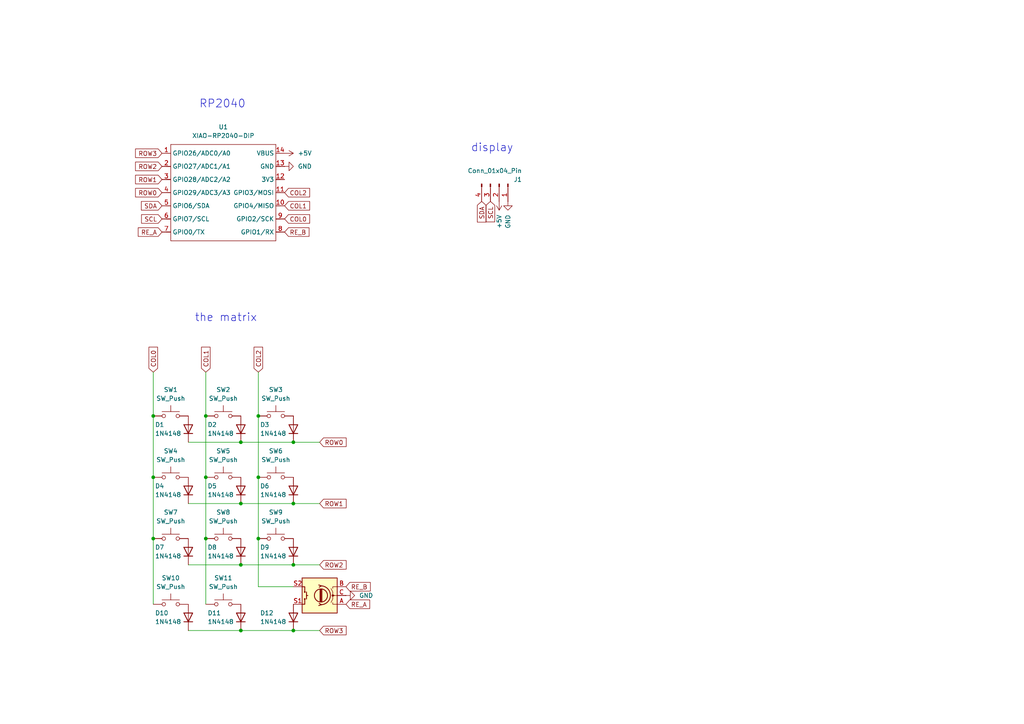
<source format=kicad_sch>
(kicad_sch
	(version 20231120)
	(generator "eeschema")
	(generator_version "8.0")
	(uuid "4cf977ae-e66d-417e-8fdf-2daf676d0fc7")
	(paper "A4")
	(lib_symbols
		(symbol "Connector:Conn_01x04_Pin"
			(pin_names
				(offset 1.016) hide)
			(exclude_from_sim no)
			(in_bom yes)
			(on_board yes)
			(property "Reference" "J"
				(at 0 5.08 0)
				(effects
					(font
						(size 1.27 1.27)
					)
				)
			)
			(property "Value" "Conn_01x04_Pin"
				(at 0 -7.62 0)
				(effects
					(font
						(size 1.27 1.27)
					)
				)
			)
			(property "Footprint" ""
				(at 0 0 0)
				(effects
					(font
						(size 1.27 1.27)
					)
					(hide yes)
				)
			)
			(property "Datasheet" "~"
				(at 0 0 0)
				(effects
					(font
						(size 1.27 1.27)
					)
					(hide yes)
				)
			)
			(property "Description" "Generic connector, single row, 01x04, script generated"
				(at 0 0 0)
				(effects
					(font
						(size 1.27 1.27)
					)
					(hide yes)
				)
			)
			(property "ki_locked" ""
				(at 0 0 0)
				(effects
					(font
						(size 1.27 1.27)
					)
				)
			)
			(property "ki_keywords" "connector"
				(at 0 0 0)
				(effects
					(font
						(size 1.27 1.27)
					)
					(hide yes)
				)
			)
			(property "ki_fp_filters" "Connector*:*_1x??_*"
				(at 0 0 0)
				(effects
					(font
						(size 1.27 1.27)
					)
					(hide yes)
				)
			)
			(symbol "Conn_01x04_Pin_1_1"
				(polyline
					(pts
						(xy 1.27 -5.08) (xy 0.8636 -5.08)
					)
					(stroke
						(width 0.1524)
						(type default)
					)
					(fill
						(type none)
					)
				)
				(polyline
					(pts
						(xy 1.27 -2.54) (xy 0.8636 -2.54)
					)
					(stroke
						(width 0.1524)
						(type default)
					)
					(fill
						(type none)
					)
				)
				(polyline
					(pts
						(xy 1.27 0) (xy 0.8636 0)
					)
					(stroke
						(width 0.1524)
						(type default)
					)
					(fill
						(type none)
					)
				)
				(polyline
					(pts
						(xy 1.27 2.54) (xy 0.8636 2.54)
					)
					(stroke
						(width 0.1524)
						(type default)
					)
					(fill
						(type none)
					)
				)
				(rectangle
					(start 0.8636 -4.953)
					(end 0 -5.207)
					(stroke
						(width 0.1524)
						(type default)
					)
					(fill
						(type outline)
					)
				)
				(rectangle
					(start 0.8636 -2.413)
					(end 0 -2.667)
					(stroke
						(width 0.1524)
						(type default)
					)
					(fill
						(type outline)
					)
				)
				(rectangle
					(start 0.8636 0.127)
					(end 0 -0.127)
					(stroke
						(width 0.1524)
						(type default)
					)
					(fill
						(type outline)
					)
				)
				(rectangle
					(start 0.8636 2.667)
					(end 0 2.413)
					(stroke
						(width 0.1524)
						(type default)
					)
					(fill
						(type outline)
					)
				)
				(pin passive line
					(at 5.08 2.54 180)
					(length 3.81)
					(name "Pin_1"
						(effects
							(font
								(size 1.27 1.27)
							)
						)
					)
					(number "1"
						(effects
							(font
								(size 1.27 1.27)
							)
						)
					)
				)
				(pin passive line
					(at 5.08 0 180)
					(length 3.81)
					(name "Pin_2"
						(effects
							(font
								(size 1.27 1.27)
							)
						)
					)
					(number "2"
						(effects
							(font
								(size 1.27 1.27)
							)
						)
					)
				)
				(pin passive line
					(at 5.08 -2.54 180)
					(length 3.81)
					(name "Pin_3"
						(effects
							(font
								(size 1.27 1.27)
							)
						)
					)
					(number "3"
						(effects
							(font
								(size 1.27 1.27)
							)
						)
					)
				)
				(pin passive line
					(at 5.08 -5.08 180)
					(length 3.81)
					(name "Pin_4"
						(effects
							(font
								(size 1.27 1.27)
							)
						)
					)
					(number "4"
						(effects
							(font
								(size 1.27 1.27)
							)
						)
					)
				)
			)
		)
		(symbol "Device:RotaryEncoder_Switch"
			(pin_names
				(offset 0.254) hide)
			(exclude_from_sim no)
			(in_bom yes)
			(on_board yes)
			(property "Reference" "SW"
				(at 0 6.604 0)
				(effects
					(font
						(size 1.27 1.27)
					)
				)
			)
			(property "Value" "RotaryEncoder_Switch"
				(at 0 -6.604 0)
				(effects
					(font
						(size 1.27 1.27)
					)
				)
			)
			(property "Footprint" ""
				(at -3.81 4.064 0)
				(effects
					(font
						(size 1.27 1.27)
					)
					(hide yes)
				)
			)
			(property "Datasheet" "~"
				(at 0 6.604 0)
				(effects
					(font
						(size 1.27 1.27)
					)
					(hide yes)
				)
			)
			(property "Description" "Rotary encoder, dual channel, incremental quadrate outputs, with switch"
				(at 0 0 0)
				(effects
					(font
						(size 1.27 1.27)
					)
					(hide yes)
				)
			)
			(property "ki_keywords" "rotary switch encoder switch push button"
				(at 0 0 0)
				(effects
					(font
						(size 1.27 1.27)
					)
					(hide yes)
				)
			)
			(property "ki_fp_filters" "RotaryEncoder*Switch*"
				(at 0 0 0)
				(effects
					(font
						(size 1.27 1.27)
					)
					(hide yes)
				)
			)
			(symbol "RotaryEncoder_Switch_0_1"
				(rectangle
					(start -5.08 5.08)
					(end 5.08 -5.08)
					(stroke
						(width 0.254)
						(type default)
					)
					(fill
						(type background)
					)
				)
				(circle
					(center -3.81 0)
					(radius 0.254)
					(stroke
						(width 0)
						(type default)
					)
					(fill
						(type outline)
					)
				)
				(circle
					(center -0.381 0)
					(radius 1.905)
					(stroke
						(width 0.254)
						(type default)
					)
					(fill
						(type none)
					)
				)
				(arc
					(start -0.381 2.667)
					(mid -3.0988 -0.0635)
					(end -0.381 -2.794)
					(stroke
						(width 0.254)
						(type default)
					)
					(fill
						(type none)
					)
				)
				(polyline
					(pts
						(xy -0.635 -1.778) (xy -0.635 1.778)
					)
					(stroke
						(width 0.254)
						(type default)
					)
					(fill
						(type none)
					)
				)
				(polyline
					(pts
						(xy -0.381 -1.778) (xy -0.381 1.778)
					)
					(stroke
						(width 0.254)
						(type default)
					)
					(fill
						(type none)
					)
				)
				(polyline
					(pts
						(xy -0.127 1.778) (xy -0.127 -1.778)
					)
					(stroke
						(width 0.254)
						(type default)
					)
					(fill
						(type none)
					)
				)
				(polyline
					(pts
						(xy 3.81 0) (xy 3.429 0)
					)
					(stroke
						(width 0.254)
						(type default)
					)
					(fill
						(type none)
					)
				)
				(polyline
					(pts
						(xy 3.81 1.016) (xy 3.81 -1.016)
					)
					(stroke
						(width 0.254)
						(type default)
					)
					(fill
						(type none)
					)
				)
				(polyline
					(pts
						(xy -5.08 -2.54) (xy -3.81 -2.54) (xy -3.81 -2.032)
					)
					(stroke
						(width 0)
						(type default)
					)
					(fill
						(type none)
					)
				)
				(polyline
					(pts
						(xy -5.08 2.54) (xy -3.81 2.54) (xy -3.81 2.032)
					)
					(stroke
						(width 0)
						(type default)
					)
					(fill
						(type none)
					)
				)
				(polyline
					(pts
						(xy 0.254 -3.048) (xy -0.508 -2.794) (xy 0.127 -2.413)
					)
					(stroke
						(width 0.254)
						(type default)
					)
					(fill
						(type none)
					)
				)
				(polyline
					(pts
						(xy 0.254 2.921) (xy -0.508 2.667) (xy 0.127 2.286)
					)
					(stroke
						(width 0.254)
						(type default)
					)
					(fill
						(type none)
					)
				)
				(polyline
					(pts
						(xy 5.08 -2.54) (xy 4.318 -2.54) (xy 4.318 -1.016)
					)
					(stroke
						(width 0.254)
						(type default)
					)
					(fill
						(type none)
					)
				)
				(polyline
					(pts
						(xy 5.08 2.54) (xy 4.318 2.54) (xy 4.318 1.016)
					)
					(stroke
						(width 0.254)
						(type default)
					)
					(fill
						(type none)
					)
				)
				(polyline
					(pts
						(xy -5.08 0) (xy -3.81 0) (xy -3.81 -1.016) (xy -3.302 -2.032)
					)
					(stroke
						(width 0)
						(type default)
					)
					(fill
						(type none)
					)
				)
				(polyline
					(pts
						(xy -4.318 0) (xy -3.81 0) (xy -3.81 1.016) (xy -3.302 2.032)
					)
					(stroke
						(width 0)
						(type default)
					)
					(fill
						(type none)
					)
				)
				(circle
					(center 4.318 -1.016)
					(radius 0.127)
					(stroke
						(width 0.254)
						(type default)
					)
					(fill
						(type none)
					)
				)
				(circle
					(center 4.318 1.016)
					(radius 0.127)
					(stroke
						(width 0.254)
						(type default)
					)
					(fill
						(type none)
					)
				)
			)
			(symbol "RotaryEncoder_Switch_1_1"
				(pin passive line
					(at -7.62 2.54 0)
					(length 2.54)
					(name "A"
						(effects
							(font
								(size 1.27 1.27)
							)
						)
					)
					(number "A"
						(effects
							(font
								(size 1.27 1.27)
							)
						)
					)
				)
				(pin passive line
					(at -7.62 -2.54 0)
					(length 2.54)
					(name "B"
						(effects
							(font
								(size 1.27 1.27)
							)
						)
					)
					(number "B"
						(effects
							(font
								(size 1.27 1.27)
							)
						)
					)
				)
				(pin passive line
					(at -7.62 0 0)
					(length 2.54)
					(name "C"
						(effects
							(font
								(size 1.27 1.27)
							)
						)
					)
					(number "C"
						(effects
							(font
								(size 1.27 1.27)
							)
						)
					)
				)
				(pin passive line
					(at 7.62 2.54 180)
					(length 2.54)
					(name "S1"
						(effects
							(font
								(size 1.27 1.27)
							)
						)
					)
					(number "S1"
						(effects
							(font
								(size 1.27 1.27)
							)
						)
					)
				)
				(pin passive line
					(at 7.62 -2.54 180)
					(length 2.54)
					(name "S2"
						(effects
							(font
								(size 1.27 1.27)
							)
						)
					)
					(number "S2"
						(effects
							(font
								(size 1.27 1.27)
							)
						)
					)
				)
			)
		)
		(symbol "Diode:1N4148"
			(pin_numbers hide)
			(pin_names hide)
			(exclude_from_sim no)
			(in_bom yes)
			(on_board yes)
			(property "Reference" "D"
				(at 0 2.54 0)
				(effects
					(font
						(size 1.27 1.27)
					)
				)
			)
			(property "Value" "1N4148"
				(at 0 -2.54 0)
				(effects
					(font
						(size 1.27 1.27)
					)
				)
			)
			(property "Footprint" "Diode_THT:D_DO-35_SOD27_P7.62mm_Horizontal"
				(at 0 0 0)
				(effects
					(font
						(size 1.27 1.27)
					)
					(hide yes)
				)
			)
			(property "Datasheet" "https://assets.nexperia.com/documents/data-sheet/1N4148_1N4448.pdf"
				(at 0 0 0)
				(effects
					(font
						(size 1.27 1.27)
					)
					(hide yes)
				)
			)
			(property "Description" "100V 0.15A standard switching diode, DO-35"
				(at 0 0 0)
				(effects
					(font
						(size 1.27 1.27)
					)
					(hide yes)
				)
			)
			(property "Sim.Device" "D"
				(at 0 0 0)
				(effects
					(font
						(size 1.27 1.27)
					)
					(hide yes)
				)
			)
			(property "Sim.Pins" "1=K 2=A"
				(at 0 0 0)
				(effects
					(font
						(size 1.27 1.27)
					)
					(hide yes)
				)
			)
			(property "ki_keywords" "diode"
				(at 0 0 0)
				(effects
					(font
						(size 1.27 1.27)
					)
					(hide yes)
				)
			)
			(property "ki_fp_filters" "D*DO?35*"
				(at 0 0 0)
				(effects
					(font
						(size 1.27 1.27)
					)
					(hide yes)
				)
			)
			(symbol "1N4148_0_1"
				(polyline
					(pts
						(xy -1.27 1.27) (xy -1.27 -1.27)
					)
					(stroke
						(width 0.254)
						(type default)
					)
					(fill
						(type none)
					)
				)
				(polyline
					(pts
						(xy 1.27 0) (xy -1.27 0)
					)
					(stroke
						(width 0)
						(type default)
					)
					(fill
						(type none)
					)
				)
				(polyline
					(pts
						(xy 1.27 1.27) (xy 1.27 -1.27) (xy -1.27 0) (xy 1.27 1.27)
					)
					(stroke
						(width 0.254)
						(type default)
					)
					(fill
						(type none)
					)
				)
			)
			(symbol "1N4148_1_1"
				(pin passive line
					(at -3.81 0 0)
					(length 2.54)
					(name "K"
						(effects
							(font
								(size 1.27 1.27)
							)
						)
					)
					(number "1"
						(effects
							(font
								(size 1.27 1.27)
							)
						)
					)
				)
				(pin passive line
					(at 3.81 0 180)
					(length 2.54)
					(name "A"
						(effects
							(font
								(size 1.27 1.27)
							)
						)
					)
					(number "2"
						(effects
							(font
								(size 1.27 1.27)
							)
						)
					)
				)
			)
		)
		(symbol "Seeed_Studio_XIAO_Series:XIAO-RP2040-DIP"
			(exclude_from_sim no)
			(in_bom yes)
			(on_board yes)
			(property "Reference" "U"
				(at 0 0 0)
				(effects
					(font
						(size 1.27 1.27)
					)
				)
			)
			(property "Value" "XIAO-RP2040-DIP"
				(at 5.334 -1.778 0)
				(effects
					(font
						(size 1.27 1.27)
					)
				)
			)
			(property "Footprint" "Module:MOUDLE14P-XIAO-DIP-SMD"
				(at 14.478 -32.258 0)
				(effects
					(font
						(size 1.27 1.27)
					)
					(hide yes)
				)
			)
			(property "Datasheet" ""
				(at 0 0 0)
				(effects
					(font
						(size 1.27 1.27)
					)
					(hide yes)
				)
			)
			(property "Description" ""
				(at 0 0 0)
				(effects
					(font
						(size 1.27 1.27)
					)
					(hide yes)
				)
			)
			(symbol "XIAO-RP2040-DIP_1_0"
				(polyline
					(pts
						(xy -1.27 -30.48) (xy -1.27 -16.51)
					)
					(stroke
						(width 0.1524)
						(type solid)
					)
					(fill
						(type none)
					)
				)
				(polyline
					(pts
						(xy -1.27 -27.94) (xy -2.54 -27.94)
					)
					(stroke
						(width 0.1524)
						(type solid)
					)
					(fill
						(type none)
					)
				)
				(polyline
					(pts
						(xy -1.27 -24.13) (xy -2.54 -24.13)
					)
					(stroke
						(width 0.1524)
						(type solid)
					)
					(fill
						(type none)
					)
				)
				(polyline
					(pts
						(xy -1.27 -20.32) (xy -2.54 -20.32)
					)
					(stroke
						(width 0.1524)
						(type solid)
					)
					(fill
						(type none)
					)
				)
				(polyline
					(pts
						(xy -1.27 -16.51) (xy -2.54 -16.51)
					)
					(stroke
						(width 0.1524)
						(type solid)
					)
					(fill
						(type none)
					)
				)
				(polyline
					(pts
						(xy -1.27 -16.51) (xy -1.27 -12.7)
					)
					(stroke
						(width 0.1524)
						(type solid)
					)
					(fill
						(type none)
					)
				)
				(polyline
					(pts
						(xy -1.27 -12.7) (xy -2.54 -12.7)
					)
					(stroke
						(width 0.1524)
						(type solid)
					)
					(fill
						(type none)
					)
				)
				(polyline
					(pts
						(xy -1.27 -12.7) (xy -1.27 -8.89)
					)
					(stroke
						(width 0.1524)
						(type solid)
					)
					(fill
						(type none)
					)
				)
				(polyline
					(pts
						(xy -1.27 -8.89) (xy -2.54 -8.89)
					)
					(stroke
						(width 0.1524)
						(type solid)
					)
					(fill
						(type none)
					)
				)
				(polyline
					(pts
						(xy -1.27 -8.89) (xy -1.27 -5.08)
					)
					(stroke
						(width 0.1524)
						(type solid)
					)
					(fill
						(type none)
					)
				)
				(polyline
					(pts
						(xy -1.27 -5.08) (xy -2.54 -5.08)
					)
					(stroke
						(width 0.1524)
						(type solid)
					)
					(fill
						(type none)
					)
				)
				(polyline
					(pts
						(xy -1.27 -5.08) (xy -1.27 -2.54)
					)
					(stroke
						(width 0.1524)
						(type solid)
					)
					(fill
						(type none)
					)
				)
				(polyline
					(pts
						(xy -1.27 -2.54) (xy 29.21 -2.54)
					)
					(stroke
						(width 0.1524)
						(type solid)
					)
					(fill
						(type none)
					)
				)
				(polyline
					(pts
						(xy 29.21 -30.48) (xy -1.27 -30.48)
					)
					(stroke
						(width 0.1524)
						(type solid)
					)
					(fill
						(type none)
					)
				)
				(polyline
					(pts
						(xy 29.21 -12.7) (xy 29.21 -30.48)
					)
					(stroke
						(width 0.1524)
						(type solid)
					)
					(fill
						(type none)
					)
				)
				(polyline
					(pts
						(xy 29.21 -8.89) (xy 29.21 -12.7)
					)
					(stroke
						(width 0.1524)
						(type solid)
					)
					(fill
						(type none)
					)
				)
				(polyline
					(pts
						(xy 29.21 -5.08) (xy 29.21 -8.89)
					)
					(stroke
						(width 0.1524)
						(type solid)
					)
					(fill
						(type none)
					)
				)
				(polyline
					(pts
						(xy 29.21 -2.54) (xy 29.21 -5.08)
					)
					(stroke
						(width 0.1524)
						(type solid)
					)
					(fill
						(type none)
					)
				)
				(polyline
					(pts
						(xy 30.48 -27.94) (xy 29.21 -27.94)
					)
					(stroke
						(width 0.1524)
						(type solid)
					)
					(fill
						(type none)
					)
				)
				(polyline
					(pts
						(xy 30.48 -24.13) (xy 29.21 -24.13)
					)
					(stroke
						(width 0.1524)
						(type solid)
					)
					(fill
						(type none)
					)
				)
				(polyline
					(pts
						(xy 30.48 -20.32) (xy 29.21 -20.32)
					)
					(stroke
						(width 0.1524)
						(type solid)
					)
					(fill
						(type none)
					)
				)
				(polyline
					(pts
						(xy 30.48 -16.51) (xy 29.21 -16.51)
					)
					(stroke
						(width 0.1524)
						(type solid)
					)
					(fill
						(type none)
					)
				)
				(polyline
					(pts
						(xy 30.48 -12.7) (xy 29.21 -12.7)
					)
					(stroke
						(width 0.1524)
						(type solid)
					)
					(fill
						(type none)
					)
				)
				(polyline
					(pts
						(xy 30.48 -8.89) (xy 29.21 -8.89)
					)
					(stroke
						(width 0.1524)
						(type solid)
					)
					(fill
						(type none)
					)
				)
				(polyline
					(pts
						(xy 30.48 -5.08) (xy 29.21 -5.08)
					)
					(stroke
						(width 0.1524)
						(type solid)
					)
					(fill
						(type none)
					)
				)
				(pin passive line
					(at -3.81 -5.08 0)
					(length 2.54)
					(name "GPIO26/ADC0/A0"
						(effects
							(font
								(size 1.27 1.27)
							)
						)
					)
					(number "1"
						(effects
							(font
								(size 1.27 1.27)
							)
						)
					)
				)
				(pin passive line
					(at 31.75 -20.32 180)
					(length 2.54)
					(name "GPIO4/MISO"
						(effects
							(font
								(size 1.27 1.27)
							)
						)
					)
					(number "10"
						(effects
							(font
								(size 1.27 1.27)
							)
						)
					)
				)
				(pin passive line
					(at 31.75 -16.51 180)
					(length 2.54)
					(name "GPIO3/MOSI"
						(effects
							(font
								(size 1.27 1.27)
							)
						)
					)
					(number "11"
						(effects
							(font
								(size 1.27 1.27)
							)
						)
					)
				)
				(pin passive line
					(at 31.75 -12.7 180)
					(length 2.54)
					(name "3V3"
						(effects
							(font
								(size 1.27 1.27)
							)
						)
					)
					(number "12"
						(effects
							(font
								(size 1.27 1.27)
							)
						)
					)
				)
				(pin passive line
					(at 31.75 -8.89 180)
					(length 2.54)
					(name "GND"
						(effects
							(font
								(size 1.27 1.27)
							)
						)
					)
					(number "13"
						(effects
							(font
								(size 1.27 1.27)
							)
						)
					)
				)
				(pin passive line
					(at 31.75 -5.08 180)
					(length 2.54)
					(name "VBUS"
						(effects
							(font
								(size 1.27 1.27)
							)
						)
					)
					(number "14"
						(effects
							(font
								(size 1.27 1.27)
							)
						)
					)
				)
				(pin passive line
					(at -3.81 -8.89 0)
					(length 2.54)
					(name "GPIO27/ADC1/A1"
						(effects
							(font
								(size 1.27 1.27)
							)
						)
					)
					(number "2"
						(effects
							(font
								(size 1.27 1.27)
							)
						)
					)
				)
				(pin passive line
					(at -3.81 -12.7 0)
					(length 2.54)
					(name "GPIO28/ADC2/A2"
						(effects
							(font
								(size 1.27 1.27)
							)
						)
					)
					(number "3"
						(effects
							(font
								(size 1.27 1.27)
							)
						)
					)
				)
				(pin passive line
					(at -3.81 -16.51 0)
					(length 2.54)
					(name "GPIO29/ADC3/A3"
						(effects
							(font
								(size 1.27 1.27)
							)
						)
					)
					(number "4"
						(effects
							(font
								(size 1.27 1.27)
							)
						)
					)
				)
				(pin passive line
					(at -3.81 -20.32 0)
					(length 2.54)
					(name "GPIO6/SDA"
						(effects
							(font
								(size 1.27 1.27)
							)
						)
					)
					(number "5"
						(effects
							(font
								(size 1.27 1.27)
							)
						)
					)
				)
				(pin passive line
					(at -3.81 -24.13 0)
					(length 2.54)
					(name "GPIO7/SCL"
						(effects
							(font
								(size 1.27 1.27)
							)
						)
					)
					(number "6"
						(effects
							(font
								(size 1.27 1.27)
							)
						)
					)
				)
				(pin passive line
					(at -3.81 -27.94 0)
					(length 2.54)
					(name "GPIO0/TX"
						(effects
							(font
								(size 1.27 1.27)
							)
						)
					)
					(number "7"
						(effects
							(font
								(size 1.27 1.27)
							)
						)
					)
				)
				(pin passive line
					(at 31.75 -27.94 180)
					(length 2.54)
					(name "GPIO1/RX"
						(effects
							(font
								(size 1.27 1.27)
							)
						)
					)
					(number "8"
						(effects
							(font
								(size 1.27 1.27)
							)
						)
					)
				)
				(pin passive line
					(at 31.75 -24.13 180)
					(length 2.54)
					(name "GPIO2/SCK"
						(effects
							(font
								(size 1.27 1.27)
							)
						)
					)
					(number "9"
						(effects
							(font
								(size 1.27 1.27)
							)
						)
					)
				)
			)
		)
		(symbol "Switch:SW_Push"
			(pin_numbers hide)
			(pin_names
				(offset 1.016) hide)
			(exclude_from_sim no)
			(in_bom yes)
			(on_board yes)
			(property "Reference" "SW"
				(at 1.27 2.54 0)
				(effects
					(font
						(size 1.27 1.27)
					)
					(justify left)
				)
			)
			(property "Value" "SW_Push"
				(at 0 -1.524 0)
				(effects
					(font
						(size 1.27 1.27)
					)
				)
			)
			(property "Footprint" ""
				(at 0 5.08 0)
				(effects
					(font
						(size 1.27 1.27)
					)
					(hide yes)
				)
			)
			(property "Datasheet" "~"
				(at 0 5.08 0)
				(effects
					(font
						(size 1.27 1.27)
					)
					(hide yes)
				)
			)
			(property "Description" "Push button switch, generic, two pins"
				(at 0 0 0)
				(effects
					(font
						(size 1.27 1.27)
					)
					(hide yes)
				)
			)
			(property "ki_keywords" "switch normally-open pushbutton push-button"
				(at 0 0 0)
				(effects
					(font
						(size 1.27 1.27)
					)
					(hide yes)
				)
			)
			(symbol "SW_Push_0_1"
				(circle
					(center -2.032 0)
					(radius 0.508)
					(stroke
						(width 0)
						(type default)
					)
					(fill
						(type none)
					)
				)
				(polyline
					(pts
						(xy 0 1.27) (xy 0 3.048)
					)
					(stroke
						(width 0)
						(type default)
					)
					(fill
						(type none)
					)
				)
				(polyline
					(pts
						(xy 2.54 1.27) (xy -2.54 1.27)
					)
					(stroke
						(width 0)
						(type default)
					)
					(fill
						(type none)
					)
				)
				(circle
					(center 2.032 0)
					(radius 0.508)
					(stroke
						(width 0)
						(type default)
					)
					(fill
						(type none)
					)
				)
				(pin passive line
					(at -5.08 0 0)
					(length 2.54)
					(name "1"
						(effects
							(font
								(size 1.27 1.27)
							)
						)
					)
					(number "1"
						(effects
							(font
								(size 1.27 1.27)
							)
						)
					)
				)
				(pin passive line
					(at 5.08 0 180)
					(length 2.54)
					(name "2"
						(effects
							(font
								(size 1.27 1.27)
							)
						)
					)
					(number "2"
						(effects
							(font
								(size 1.27 1.27)
							)
						)
					)
				)
			)
		)
		(symbol "power:+5V"
			(power)
			(pin_numbers hide)
			(pin_names
				(offset 0) hide)
			(exclude_from_sim no)
			(in_bom yes)
			(on_board yes)
			(property "Reference" "#PWR"
				(at 0 -3.81 0)
				(effects
					(font
						(size 1.27 1.27)
					)
					(hide yes)
				)
			)
			(property "Value" "+5V"
				(at 0 3.556 0)
				(effects
					(font
						(size 1.27 1.27)
					)
				)
			)
			(property "Footprint" ""
				(at 0 0 0)
				(effects
					(font
						(size 1.27 1.27)
					)
					(hide yes)
				)
			)
			(property "Datasheet" ""
				(at 0 0 0)
				(effects
					(font
						(size 1.27 1.27)
					)
					(hide yes)
				)
			)
			(property "Description" "Power symbol creates a global label with name \"+5V\""
				(at 0 0 0)
				(effects
					(font
						(size 1.27 1.27)
					)
					(hide yes)
				)
			)
			(property "ki_keywords" "global power"
				(at 0 0 0)
				(effects
					(font
						(size 1.27 1.27)
					)
					(hide yes)
				)
			)
			(symbol "+5V_0_1"
				(polyline
					(pts
						(xy -0.762 1.27) (xy 0 2.54)
					)
					(stroke
						(width 0)
						(type default)
					)
					(fill
						(type none)
					)
				)
				(polyline
					(pts
						(xy 0 0) (xy 0 2.54)
					)
					(stroke
						(width 0)
						(type default)
					)
					(fill
						(type none)
					)
				)
				(polyline
					(pts
						(xy 0 2.54) (xy 0.762 1.27)
					)
					(stroke
						(width 0)
						(type default)
					)
					(fill
						(type none)
					)
				)
			)
			(symbol "+5V_1_1"
				(pin power_in line
					(at 0 0 90)
					(length 0)
					(name "~"
						(effects
							(font
								(size 1.27 1.27)
							)
						)
					)
					(number "1"
						(effects
							(font
								(size 1.27 1.27)
							)
						)
					)
				)
			)
		)
		(symbol "power:GND"
			(power)
			(pin_numbers hide)
			(pin_names
				(offset 0) hide)
			(exclude_from_sim no)
			(in_bom yes)
			(on_board yes)
			(property "Reference" "#PWR"
				(at 0 -6.35 0)
				(effects
					(font
						(size 1.27 1.27)
					)
					(hide yes)
				)
			)
			(property "Value" "GND"
				(at 0 -3.81 0)
				(effects
					(font
						(size 1.27 1.27)
					)
				)
			)
			(property "Footprint" ""
				(at 0 0 0)
				(effects
					(font
						(size 1.27 1.27)
					)
					(hide yes)
				)
			)
			(property "Datasheet" ""
				(at 0 0 0)
				(effects
					(font
						(size 1.27 1.27)
					)
					(hide yes)
				)
			)
			(property "Description" "Power symbol creates a global label with name \"GND\" , ground"
				(at 0 0 0)
				(effects
					(font
						(size 1.27 1.27)
					)
					(hide yes)
				)
			)
			(property "ki_keywords" "global power"
				(at 0 0 0)
				(effects
					(font
						(size 1.27 1.27)
					)
					(hide yes)
				)
			)
			(symbol "GND_0_1"
				(polyline
					(pts
						(xy 0 0) (xy 0 -1.27) (xy 1.27 -1.27) (xy 0 -2.54) (xy -1.27 -1.27) (xy 0 -1.27)
					)
					(stroke
						(width 0)
						(type default)
					)
					(fill
						(type none)
					)
				)
			)
			(symbol "GND_1_1"
				(pin power_in line
					(at 0 0 270)
					(length 0)
					(name "~"
						(effects
							(font
								(size 1.27 1.27)
							)
						)
					)
					(number "1"
						(effects
							(font
								(size 1.27 1.27)
							)
						)
					)
				)
			)
		)
	)
	(junction
		(at 44.45 120.65)
		(diameter 0)
		(color 0 0 0 0)
		(uuid "05a076c4-78fb-4d5b-8e40-ebc4a1fbcf7f")
	)
	(junction
		(at 69.85 146.05)
		(diameter 0)
		(color 0 0 0 0)
		(uuid "131a6529-eb41-4c25-b2e6-a4c725fc8ce2")
	)
	(junction
		(at 85.09 182.88)
		(diameter 0)
		(color 0 0 0 0)
		(uuid "30bd98c9-9bc1-439e-8830-d20689c028c5")
	)
	(junction
		(at 69.85 128.27)
		(diameter 0)
		(color 0 0 0 0)
		(uuid "32cf1dd1-55b1-40a2-8097-6b7ab8b67f9a")
	)
	(junction
		(at 44.45 138.43)
		(diameter 0)
		(color 0 0 0 0)
		(uuid "46af6954-f3b4-4a7b-a9ea-6ccbddf57f4a")
	)
	(junction
		(at 85.09 163.83)
		(diameter 0)
		(color 0 0 0 0)
		(uuid "49d3c99e-2334-4bf6-90de-96c851c4a619")
	)
	(junction
		(at 69.85 182.88)
		(diameter 0)
		(color 0 0 0 0)
		(uuid "4ea8a169-421a-4644-98ad-15bc3acaa069")
	)
	(junction
		(at 59.69 156.21)
		(diameter 0)
		(color 0 0 0 0)
		(uuid "53174ec8-091c-4359-a439-cd812a6fb540")
	)
	(junction
		(at 59.69 138.43)
		(diameter 0)
		(color 0 0 0 0)
		(uuid "63a02c8e-8475-49e3-bf76-60e8ecb9728a")
	)
	(junction
		(at 74.93 156.21)
		(diameter 0)
		(color 0 0 0 0)
		(uuid "7c4dbc37-87fb-44d9-a6ce-a5ea9135b92f")
	)
	(junction
		(at 85.09 146.05)
		(diameter 0)
		(color 0 0 0 0)
		(uuid "8992db98-f155-45e7-9b05-1105c79e7941")
	)
	(junction
		(at 74.93 120.65)
		(diameter 0)
		(color 0 0 0 0)
		(uuid "8c707747-2dfa-467a-9e24-763eba33b553")
	)
	(junction
		(at 69.85 163.83)
		(diameter 0)
		(color 0 0 0 0)
		(uuid "9bf4eeb7-afbf-4d44-8c4f-b38d64b70edb")
	)
	(junction
		(at 59.69 120.65)
		(diameter 0)
		(color 0 0 0 0)
		(uuid "c410db0e-e42f-4512-ad8d-38c8f9a0059c")
	)
	(junction
		(at 74.93 138.43)
		(diameter 0)
		(color 0 0 0 0)
		(uuid "d2f3f1b7-0960-4db3-aad5-1e46d4c9d706")
	)
	(junction
		(at 85.09 128.27)
		(diameter 0)
		(color 0 0 0 0)
		(uuid "dc4ce520-c5c5-42fb-8b06-1c44d413ab7c")
	)
	(junction
		(at 44.45 156.21)
		(diameter 0)
		(color 0 0 0 0)
		(uuid "eb54804b-1755-4691-b48b-6c54ce00bcc2")
	)
	(wire
		(pts
			(xy 44.45 107.95) (xy 44.45 120.65)
		)
		(stroke
			(width 0)
			(type default)
		)
		(uuid "041f1d54-bb96-4419-8eec-6097989f6165")
	)
	(wire
		(pts
			(xy 74.93 120.65) (xy 74.93 138.43)
		)
		(stroke
			(width 0)
			(type default)
		)
		(uuid "184b91a9-5373-4416-bc26-fe0fa052b892")
	)
	(wire
		(pts
			(xy 54.61 146.05) (xy 69.85 146.05)
		)
		(stroke
			(width 0)
			(type default)
		)
		(uuid "1d9cc1e8-bdbe-4146-9d41-55f463dd8fc1")
	)
	(wire
		(pts
			(xy 44.45 138.43) (xy 44.45 156.21)
		)
		(stroke
			(width 0)
			(type default)
		)
		(uuid "260add73-9840-4b1d-93e8-5e42af850c65")
	)
	(wire
		(pts
			(xy 44.45 156.21) (xy 44.45 175.26)
		)
		(stroke
			(width 0)
			(type default)
		)
		(uuid "348992df-25fe-4cc8-8fe0-7677ddaaf885")
	)
	(wire
		(pts
			(xy 74.93 107.95) (xy 74.93 120.65)
		)
		(stroke
			(width 0)
			(type default)
		)
		(uuid "4cc3c537-97bb-447e-83f4-95726c25104e")
	)
	(wire
		(pts
			(xy 74.93 170.18) (xy 85.09 170.18)
		)
		(stroke
			(width 0)
			(type default)
		)
		(uuid "51cb2b8a-756e-4b75-ab65-6facacbe9fcf")
	)
	(wire
		(pts
			(xy 85.09 163.83) (xy 92.71 163.83)
		)
		(stroke
			(width 0)
			(type default)
		)
		(uuid "5ce0025f-71d1-4d63-8473-f9a72ffb2616")
	)
	(wire
		(pts
			(xy 54.61 163.83) (xy 69.85 163.83)
		)
		(stroke
			(width 0)
			(type default)
		)
		(uuid "64f03304-e711-43df-9997-3763aae23b41")
	)
	(wire
		(pts
			(xy 59.69 107.95) (xy 59.69 120.65)
		)
		(stroke
			(width 0)
			(type default)
		)
		(uuid "689329aa-1604-4e6f-b968-72ab6ab16e8a")
	)
	(wire
		(pts
			(xy 44.45 120.65) (xy 44.45 138.43)
		)
		(stroke
			(width 0)
			(type default)
		)
		(uuid "72da337b-afa6-42bc-b525-f39c6226d9b1")
	)
	(wire
		(pts
			(xy 85.09 128.27) (xy 92.71 128.27)
		)
		(stroke
			(width 0)
			(type default)
		)
		(uuid "76628ee2-4410-46e2-ba38-94cff2788f71")
	)
	(wire
		(pts
			(xy 59.69 120.65) (xy 59.69 138.43)
		)
		(stroke
			(width 0)
			(type default)
		)
		(uuid "7834824a-8c54-4f63-ae87-4534f090691c")
	)
	(wire
		(pts
			(xy 74.93 138.43) (xy 74.93 156.21)
		)
		(stroke
			(width 0)
			(type default)
		)
		(uuid "81ad7a43-216a-439a-984a-4c2b714b3cc2")
	)
	(wire
		(pts
			(xy 69.85 182.88) (xy 85.09 182.88)
		)
		(stroke
			(width 0)
			(type default)
		)
		(uuid "85c39b4b-ac9e-4eb1-9592-b591ca26133a")
	)
	(wire
		(pts
			(xy 59.69 156.21) (xy 59.69 175.26)
		)
		(stroke
			(width 0)
			(type default)
		)
		(uuid "93afecdd-8197-4239-9b3f-203b0de77476")
	)
	(wire
		(pts
			(xy 74.93 156.21) (xy 74.93 170.18)
		)
		(stroke
			(width 0)
			(type default)
		)
		(uuid "94564dc8-9d72-407d-97c3-c0692fc1d553")
	)
	(wire
		(pts
			(xy 69.85 146.05) (xy 85.09 146.05)
		)
		(stroke
			(width 0)
			(type default)
		)
		(uuid "991fa3af-48ba-4062-abca-2c1c6eb00dda")
	)
	(wire
		(pts
			(xy 85.09 146.05) (xy 92.71 146.05)
		)
		(stroke
			(width 0)
			(type default)
		)
		(uuid "ac15d93b-f6b1-4e1a-939c-6e97a4c27fd1")
	)
	(wire
		(pts
			(xy 69.85 163.83) (xy 85.09 163.83)
		)
		(stroke
			(width 0)
			(type default)
		)
		(uuid "b260fe29-24c6-4876-b36e-cf58a18606a8")
	)
	(wire
		(pts
			(xy 54.61 128.27) (xy 69.85 128.27)
		)
		(stroke
			(width 0)
			(type default)
		)
		(uuid "c5c7bf2f-031e-44e7-b127-f67b85df5e1d")
	)
	(wire
		(pts
			(xy 69.85 128.27) (xy 85.09 128.27)
		)
		(stroke
			(width 0)
			(type default)
		)
		(uuid "f391d7ab-8fb0-436b-9f5a-31512911ada1")
	)
	(wire
		(pts
			(xy 85.09 182.88) (xy 92.71 182.88)
		)
		(stroke
			(width 0)
			(type default)
		)
		(uuid "f654994f-1b80-4823-a6d9-6356c67772fe")
	)
	(wire
		(pts
			(xy 54.61 182.88) (xy 69.85 182.88)
		)
		(stroke
			(width 0)
			(type default)
		)
		(uuid "f903d116-d6c6-4b44-b61b-6db2f64b7a50")
	)
	(wire
		(pts
			(xy 59.69 138.43) (xy 59.69 156.21)
		)
		(stroke
			(width 0)
			(type default)
		)
		(uuid "fae383c9-3810-4e92-ab94-c8fd04c57541")
	)
	(text "RP2040\n"
		(exclude_from_sim no)
		(at 64.516 30.226 0)
		(effects
			(font
				(size 2.3 2.3)
			)
		)
		(uuid "195e9907-7772-43eb-a360-3cc09d8726eb")
	)
	(text "display"
		(exclude_from_sim no)
		(at 142.748 42.926 0)
		(effects
			(font
				(size 2.3 2.3)
			)
		)
		(uuid "395b4057-ae82-4b35-99c0-b1b6d7e1d531")
	)
	(text "the matrix\n"
		(exclude_from_sim no)
		(at 65.532 92.202 0)
		(effects
			(font
				(size 2.3 2.3)
			)
		)
		(uuid "b35e11e3-5746-4b24-8dc9-204cc7bf0f97")
	)
	(global_label "COL2"
		(shape input)
		(at 74.93 107.95 90)
		(fields_autoplaced yes)
		(effects
			(font
				(size 1.27 1.27)
			)
			(justify left)
		)
		(uuid "119b83b9-04aa-4b17-bb19-d32106d5ba5b")
		(property "Intersheetrefs" "${INTERSHEET_REFS}"
			(at 74.93 100.1267 90)
			(effects
				(font
					(size 1.27 1.27)
				)
				(justify left)
				(hide yes)
			)
		)
	)
	(global_label "ROW2"
		(shape input)
		(at 46.99 48.26 180)
		(fields_autoplaced yes)
		(effects
			(font
				(size 1.27 1.27)
			)
			(justify right)
		)
		(uuid "2186cc47-0238-4606-bc65-ca5c12314566")
		(property "Intersheetrefs" "${INTERSHEET_REFS}"
			(at 38.7434 48.26 0)
			(effects
				(font
					(size 1.27 1.27)
				)
				(justify right)
				(hide yes)
			)
		)
	)
	(global_label "ROW0"
		(shape input)
		(at 46.99 55.88 180)
		(fields_autoplaced yes)
		(effects
			(font
				(size 1.27 1.27)
			)
			(justify right)
		)
		(uuid "23098d8b-c473-42d9-bebc-94d2d4680832")
		(property "Intersheetrefs" "${INTERSHEET_REFS}"
			(at 38.7434 55.88 0)
			(effects
				(font
					(size 1.27 1.27)
				)
				(justify right)
				(hide yes)
			)
		)
	)
	(global_label "ROW1"
		(shape input)
		(at 46.99 52.07 180)
		(fields_autoplaced yes)
		(effects
			(font
				(size 1.27 1.27)
			)
			(justify right)
		)
		(uuid "2974195e-c70d-4c9b-83cc-308af6d584ad")
		(property "Intersheetrefs" "${INTERSHEET_REFS}"
			(at 38.7434 52.07 0)
			(effects
				(font
					(size 1.27 1.27)
				)
				(justify right)
				(hide yes)
			)
		)
	)
	(global_label "SDA"
		(shape input)
		(at 139.7 58.42 270)
		(fields_autoplaced yes)
		(effects
			(font
				(size 1.27 1.27)
			)
			(justify right)
		)
		(uuid "2e78ee4a-51e6-4b3a-89c2-3a16db8407c6")
		(property "Intersheetrefs" "${INTERSHEET_REFS}"
			(at 139.7 64.9733 90)
			(effects
				(font
					(size 1.27 1.27)
				)
				(justify right)
				(hide yes)
			)
		)
	)
	(global_label "COL2"
		(shape input)
		(at 82.55 55.88 0)
		(fields_autoplaced yes)
		(effects
			(font
				(size 1.27 1.27)
			)
			(justify left)
		)
		(uuid "3a820b18-cf45-4d60-9b1a-58c0e99b1e6f")
		(property "Intersheetrefs" "${INTERSHEET_REFS}"
			(at 90.3733 55.88 0)
			(effects
				(font
					(size 1.27 1.27)
				)
				(justify left)
				(hide yes)
			)
		)
	)
	(global_label "COL0"
		(shape input)
		(at 44.45 107.95 90)
		(fields_autoplaced yes)
		(effects
			(font
				(size 1.27 1.27)
			)
			(justify left)
		)
		(uuid "4c4970b1-9202-461c-a7b9-449f3e6170fd")
		(property "Intersheetrefs" "${INTERSHEET_REFS}"
			(at 44.45 100.1267 90)
			(effects
				(font
					(size 1.27 1.27)
				)
				(justify left)
				(hide yes)
			)
		)
	)
	(global_label "RE_A"
		(shape input)
		(at 46.99 67.31 180)
		(fields_autoplaced yes)
		(effects
			(font
				(size 1.27 1.27)
			)
			(justify right)
		)
		(uuid "578bd408-0be7-40ae-a3b1-997b69537bbf")
		(property "Intersheetrefs" "${INTERSHEET_REFS}"
			(at 39.5296 67.31 0)
			(effects
				(font
					(size 1.27 1.27)
				)
				(justify right)
				(hide yes)
			)
		)
	)
	(global_label "COL0"
		(shape input)
		(at 82.55 63.5 0)
		(fields_autoplaced yes)
		(effects
			(font
				(size 1.27 1.27)
			)
			(justify left)
		)
		(uuid "625a8070-6e61-4e03-b9c9-3106bb4f8be0")
		(property "Intersheetrefs" "${INTERSHEET_REFS}"
			(at 90.3733 63.5 0)
			(effects
				(font
					(size 1.27 1.27)
				)
				(justify left)
				(hide yes)
			)
		)
	)
	(global_label "ROW2"
		(shape input)
		(at 92.71 163.83 0)
		(fields_autoplaced yes)
		(effects
			(font
				(size 1.27 1.27)
			)
			(justify left)
		)
		(uuid "62e4ebd1-03c7-45d7-9d9d-8454b84dab9f")
		(property "Intersheetrefs" "${INTERSHEET_REFS}"
			(at 100.9566 163.83 0)
			(effects
				(font
					(size 1.27 1.27)
				)
				(justify left)
				(hide yes)
			)
		)
	)
	(global_label "SCL"
		(shape input)
		(at 46.99 63.5 180)
		(fields_autoplaced yes)
		(effects
			(font
				(size 1.27 1.27)
			)
			(justify right)
		)
		(uuid "6c268849-473e-4feb-a24c-733f212a23be")
		(property "Intersheetrefs" "${INTERSHEET_REFS}"
			(at 40.4972 63.5 0)
			(effects
				(font
					(size 1.27 1.27)
				)
				(justify right)
				(hide yes)
			)
		)
	)
	(global_label "ROW0"
		(shape input)
		(at 92.71 128.27 0)
		(fields_autoplaced yes)
		(effects
			(font
				(size 1.27 1.27)
			)
			(justify left)
		)
		(uuid "78910c55-8ac8-4a76-9f52-fefb1a031f80")
		(property "Intersheetrefs" "${INTERSHEET_REFS}"
			(at 100.9566 128.27 0)
			(effects
				(font
					(size 1.27 1.27)
				)
				(justify left)
				(hide yes)
			)
		)
	)
	(global_label "RE_A"
		(shape input)
		(at 100.33 175.26 0)
		(fields_autoplaced yes)
		(effects
			(font
				(size 1.27 1.27)
			)
			(justify left)
		)
		(uuid "83180e8e-590a-4a6c-a78d-4c28ab782eeb")
		(property "Intersheetrefs" "${INTERSHEET_REFS}"
			(at 107.7904 175.26 0)
			(effects
				(font
					(size 1.27 1.27)
				)
				(justify left)
				(hide yes)
			)
		)
	)
	(global_label "RE_B"
		(shape input)
		(at 100.33 170.18 0)
		(fields_autoplaced yes)
		(effects
			(font
				(size 1.27 1.27)
			)
			(justify left)
		)
		(uuid "95e7dbd6-9396-4411-adab-98fc014be6e5")
		(property "Intersheetrefs" "${INTERSHEET_REFS}"
			(at 107.9718 170.18 0)
			(effects
				(font
					(size 1.27 1.27)
				)
				(justify left)
				(hide yes)
			)
		)
	)
	(global_label "SDA"
		(shape input)
		(at 46.99 59.69 180)
		(fields_autoplaced yes)
		(effects
			(font
				(size 1.27 1.27)
			)
			(justify right)
		)
		(uuid "9a1c8ba5-c4ee-48cb-8b8c-9dce3ddfe322")
		(property "Intersheetrefs" "${INTERSHEET_REFS}"
			(at 40.4367 59.69 0)
			(effects
				(font
					(size 1.27 1.27)
				)
				(justify right)
				(hide yes)
			)
		)
	)
	(global_label "ROW1"
		(shape input)
		(at 92.71 146.05 0)
		(fields_autoplaced yes)
		(effects
			(font
				(size 1.27 1.27)
			)
			(justify left)
		)
		(uuid "a005a5a6-8dd8-4ff8-b119-9aa5637a3f1f")
		(property "Intersheetrefs" "${INTERSHEET_REFS}"
			(at 100.9566 146.05 0)
			(effects
				(font
					(size 1.27 1.27)
				)
				(justify left)
				(hide yes)
			)
		)
	)
	(global_label "COL1"
		(shape input)
		(at 82.55 59.69 0)
		(fields_autoplaced yes)
		(effects
			(font
				(size 1.27 1.27)
			)
			(justify left)
		)
		(uuid "aa9e46ac-7b0f-496c-829a-18d4d5675c35")
		(property "Intersheetrefs" "${INTERSHEET_REFS}"
			(at 90.3733 59.69 0)
			(effects
				(font
					(size 1.27 1.27)
				)
				(justify left)
				(hide yes)
			)
		)
	)
	(global_label "ROW3"
		(shape input)
		(at 92.71 182.88 0)
		(fields_autoplaced yes)
		(effects
			(font
				(size 1.27 1.27)
			)
			(justify left)
		)
		(uuid "b22097f7-5ef3-4950-8085-54a96eedbbb3")
		(property "Intersheetrefs" "${INTERSHEET_REFS}"
			(at 100.9566 182.88 0)
			(effects
				(font
					(size 1.27 1.27)
				)
				(justify left)
				(hide yes)
			)
		)
	)
	(global_label "COL1"
		(shape input)
		(at 59.69 107.95 90)
		(fields_autoplaced yes)
		(effects
			(font
				(size 1.27 1.27)
			)
			(justify left)
		)
		(uuid "beb13d84-791f-4355-b1da-5944ee773f50")
		(property "Intersheetrefs" "${INTERSHEET_REFS}"
			(at 59.69 100.1267 90)
			(effects
				(font
					(size 1.27 1.27)
				)
				(justify left)
				(hide yes)
			)
		)
	)
	(global_label "RE_B"
		(shape input)
		(at 82.55 67.31 0)
		(fields_autoplaced yes)
		(effects
			(font
				(size 1.27 1.27)
			)
			(justify left)
		)
		(uuid "c6cf4f5f-6507-4ccb-b3eb-d07cd569cd3a")
		(property "Intersheetrefs" "${INTERSHEET_REFS}"
			(at 90.1918 67.31 0)
			(effects
				(font
					(size 1.27 1.27)
				)
				(justify left)
				(hide yes)
			)
		)
	)
	(global_label "ROW3"
		(shape input)
		(at 46.99 44.45 180)
		(fields_autoplaced yes)
		(effects
			(font
				(size 1.27 1.27)
			)
			(justify right)
		)
		(uuid "caf15ccd-5b42-43cb-ae9a-49c6abea1fd0")
		(property "Intersheetrefs" "${INTERSHEET_REFS}"
			(at 38.7434 44.45 0)
			(effects
				(font
					(size 1.27 1.27)
				)
				(justify right)
				(hide yes)
			)
		)
	)
	(global_label "SCL"
		(shape input)
		(at 142.24 58.42 270)
		(fields_autoplaced yes)
		(effects
			(font
				(size 1.27 1.27)
			)
			(justify right)
		)
		(uuid "e6640811-fb47-4841-b17b-828c22792b15")
		(property "Intersheetrefs" "${INTERSHEET_REFS}"
			(at 142.24 64.9128 90)
			(effects
				(font
					(size 1.27 1.27)
				)
				(justify right)
				(hide yes)
			)
		)
	)
	(symbol
		(lib_id "Diode:1N4148")
		(at 85.09 179.07 90)
		(unit 1)
		(exclude_from_sim no)
		(in_bom yes)
		(on_board yes)
		(dnp no)
		(uuid "04a69744-8530-4f52-802b-690921a62221")
		(property "Reference" "D12"
			(at 75.438 177.8 90)
			(effects
				(font
					(size 1.27 1.27)
				)
				(justify right)
			)
		)
		(property "Value" "1N4148"
			(at 75.438 180.34 90)
			(effects
				(font
					(size 1.27 1.27)
				)
				(justify right)
			)
		)
		(property "Footprint" "Diode_THT:D_DO-35_SOD27_P7.62mm_Horizontal"
			(at 85.09 179.07 0)
			(effects
				(font
					(size 1.27 1.27)
				)
				(hide yes)
			)
		)
		(property "Datasheet" "https://assets.nexperia.com/documents/data-sheet/1N4148_1N4448.pdf"
			(at 85.09 179.07 0)
			(effects
				(font
					(size 1.27 1.27)
				)
				(hide yes)
			)
		)
		(property "Description" "100V 0.15A standard switching diode, DO-35"
			(at 85.09 179.07 0)
			(effects
				(font
					(size 1.27 1.27)
				)
				(hide yes)
			)
		)
		(property "Sim.Device" "D"
			(at 85.09 179.07 0)
			(effects
				(font
					(size 1.27 1.27)
				)
				(hide yes)
			)
		)
		(property "Sim.Pins" "1=K 2=A"
			(at 85.09 179.07 0)
			(effects
				(font
					(size 1.27 1.27)
				)
				(hide yes)
			)
		)
		(pin "1"
			(uuid "0a1f06a8-ebd9-4fb4-9f85-476d98a96685")
		)
		(pin "2"
			(uuid "2bce9482-bd4d-4d33-91b0-c42b762aa670")
		)
		(instances
			(project "hackpad"
				(path "/4cf977ae-e66d-417e-8fdf-2daf676d0fc7"
					(reference "D12")
					(unit 1)
				)
			)
		)
	)
	(symbol
		(lib_id "Switch:SW_Push")
		(at 49.53 156.21 0)
		(mirror y)
		(unit 1)
		(exclude_from_sim no)
		(in_bom yes)
		(on_board yes)
		(dnp no)
		(uuid "066dc901-f311-4105-bdb0-c72125641297")
		(property "Reference" "SW7"
			(at 49.53 148.59 0)
			(effects
				(font
					(size 1.27 1.27)
				)
			)
		)
		(property "Value" "SW_Push"
			(at 49.53 151.13 0)
			(effects
				(font
					(size 1.27 1.27)
				)
			)
		)
		(property "Footprint" "Macropad-lib:SW_Cherry_MX_1.00u_PCB_3d"
			(at 49.53 151.13 0)
			(effects
				(font
					(size 1.27 1.27)
				)
				(hide yes)
			)
		)
		(property "Datasheet" "~"
			(at 49.53 151.13 0)
			(effects
				(font
					(size 1.27 1.27)
				)
				(hide yes)
			)
		)
		(property "Description" "Push button switch, generic, two pins"
			(at 49.53 156.21 0)
			(effects
				(font
					(size 1.27 1.27)
				)
				(hide yes)
			)
		)
		(pin "2"
			(uuid "187974ab-0941-4da9-9142-1bfae8c19043")
		)
		(pin "1"
			(uuid "4af395a1-8a2d-4559-8e1e-b9b76ea83310")
		)
		(instances
			(project "hackpad"
				(path "/4cf977ae-e66d-417e-8fdf-2daf676d0fc7"
					(reference "SW7")
					(unit 1)
				)
			)
		)
	)
	(symbol
		(lib_id "Diode:1N4148")
		(at 54.61 179.07 90)
		(unit 1)
		(exclude_from_sim no)
		(in_bom yes)
		(on_board yes)
		(dnp no)
		(uuid "24a1c7bd-4d6b-4b05-8569-361fb56ea1a6")
		(property "Reference" "D10"
			(at 44.958 177.8 90)
			(effects
				(font
					(size 1.27 1.27)
				)
				(justify right)
			)
		)
		(property "Value" "1N4148"
			(at 44.958 180.34 90)
			(effects
				(font
					(size 1.27 1.27)
				)
				(justify right)
			)
		)
		(property "Footprint" "Diode_THT:D_DO-35_SOD27_P7.62mm_Horizontal"
			(at 54.61 179.07 0)
			(effects
				(font
					(size 1.27 1.27)
				)
				(hide yes)
			)
		)
		(property "Datasheet" "https://assets.nexperia.com/documents/data-sheet/1N4148_1N4448.pdf"
			(at 54.61 179.07 0)
			(effects
				(font
					(size 1.27 1.27)
				)
				(hide yes)
			)
		)
		(property "Description" "100V 0.15A standard switching diode, DO-35"
			(at 54.61 179.07 0)
			(effects
				(font
					(size 1.27 1.27)
				)
				(hide yes)
			)
		)
		(property "Sim.Device" "D"
			(at 54.61 179.07 0)
			(effects
				(font
					(size 1.27 1.27)
				)
				(hide yes)
			)
		)
		(property "Sim.Pins" "1=K 2=A"
			(at 54.61 179.07 0)
			(effects
				(font
					(size 1.27 1.27)
				)
				(hide yes)
			)
		)
		(pin "1"
			(uuid "19c718c8-98c9-48ee-828e-07f7fc48e176")
		)
		(pin "2"
			(uuid "6bcba41f-4603-4360-a554-0d9cfe6edd58")
		)
		(instances
			(project "hackpad"
				(path "/4cf977ae-e66d-417e-8fdf-2daf676d0fc7"
					(reference "D10")
					(unit 1)
				)
			)
		)
	)
	(symbol
		(lib_id "Switch:SW_Push")
		(at 49.53 120.65 0)
		(mirror y)
		(unit 1)
		(exclude_from_sim no)
		(in_bom yes)
		(on_board yes)
		(dnp no)
		(uuid "26dfeb89-6bd4-4c95-9e93-c5a033480606")
		(property "Reference" "SW1"
			(at 49.53 113.03 0)
			(effects
				(font
					(size 1.27 1.27)
				)
			)
		)
		(property "Value" "SW_Push"
			(at 49.53 115.57 0)
			(effects
				(font
					(size 1.27 1.27)
				)
			)
		)
		(property "Footprint" "Macropad-lib:SW_Cherry_MX_1.00u_PCB_3d"
			(at 49.53 115.57 0)
			(effects
				(font
					(size 1.27 1.27)
				)
				(hide yes)
			)
		)
		(property "Datasheet" "~"
			(at 49.53 115.57 0)
			(effects
				(font
					(size 1.27 1.27)
				)
				(hide yes)
			)
		)
		(property "Description" "Push button switch, generic, two pins"
			(at 49.53 120.65 0)
			(effects
				(font
					(size 1.27 1.27)
				)
				(hide yes)
			)
		)
		(pin "2"
			(uuid "21082b4f-5355-4143-97df-014416042fad")
		)
		(pin "1"
			(uuid "a3336700-dbad-44dd-bad2-ac12a437a324")
		)
		(instances
			(project ""
				(path "/4cf977ae-e66d-417e-8fdf-2daf676d0fc7"
					(reference "SW1")
					(unit 1)
				)
			)
		)
	)
	(symbol
		(lib_id "power:GND")
		(at 100.33 172.72 90)
		(unit 1)
		(exclude_from_sim no)
		(in_bom yes)
		(on_board yes)
		(dnp no)
		(fields_autoplaced yes)
		(uuid "2749c773-071a-4054-a3ef-e1e1133fcfab")
		(property "Reference" "#PWR02"
			(at 106.68 172.72 0)
			(effects
				(font
					(size 1.27 1.27)
				)
				(hide yes)
			)
		)
		(property "Value" "GND"
			(at 104.14 172.7199 90)
			(effects
				(font
					(size 1.27 1.27)
				)
				(justify right)
			)
		)
		(property "Footprint" ""
			(at 100.33 172.72 0)
			(effects
				(font
					(size 1.27 1.27)
				)
				(hide yes)
			)
		)
		(property "Datasheet" ""
			(at 100.33 172.72 0)
			(effects
				(font
					(size 1.27 1.27)
				)
				(hide yes)
			)
		)
		(property "Description" "Power symbol creates a global label with name \"GND\" , ground"
			(at 100.33 172.72 0)
			(effects
				(font
					(size 1.27 1.27)
				)
				(hide yes)
			)
		)
		(pin "1"
			(uuid "cdc28fcb-f8c9-4d9f-a8c0-8b5eacc190d9")
		)
		(instances
			(project ""
				(path "/4cf977ae-e66d-417e-8fdf-2daf676d0fc7"
					(reference "#PWR02")
					(unit 1)
				)
			)
		)
	)
	(symbol
		(lib_id "Switch:SW_Push")
		(at 49.53 138.43 0)
		(mirror y)
		(unit 1)
		(exclude_from_sim no)
		(in_bom yes)
		(on_board yes)
		(dnp no)
		(uuid "2a556dea-56b1-495c-b894-b3950d112b5f")
		(property "Reference" "SW4"
			(at 49.53 130.81 0)
			(effects
				(font
					(size 1.27 1.27)
				)
			)
		)
		(property "Value" "SW_Push"
			(at 49.53 133.35 0)
			(effects
				(font
					(size 1.27 1.27)
				)
			)
		)
		(property "Footprint" "Macropad-lib:SW_Cherry_MX_1.00u_PCB_3d"
			(at 49.53 133.35 0)
			(effects
				(font
					(size 1.27 1.27)
				)
				(hide yes)
			)
		)
		(property "Datasheet" "~"
			(at 49.53 133.35 0)
			(effects
				(font
					(size 1.27 1.27)
				)
				(hide yes)
			)
		)
		(property "Description" "Push button switch, generic, two pins"
			(at 49.53 138.43 0)
			(effects
				(font
					(size 1.27 1.27)
				)
				(hide yes)
			)
		)
		(pin "2"
			(uuid "912454e1-74b0-43fd-ae85-91708aa6d307")
		)
		(pin "1"
			(uuid "00a6532b-01b8-46d2-9dd4-e1bc192cbba8")
		)
		(instances
			(project "hackpad"
				(path "/4cf977ae-e66d-417e-8fdf-2daf676d0fc7"
					(reference "SW4")
					(unit 1)
				)
			)
		)
	)
	(symbol
		(lib_id "Diode:1N4148")
		(at 85.09 124.46 90)
		(unit 1)
		(exclude_from_sim no)
		(in_bom yes)
		(on_board yes)
		(dnp no)
		(uuid "33d342b5-77b0-46fb-bae4-4d8dfd5425f3")
		(property "Reference" "D3"
			(at 75.438 123.19 90)
			(effects
				(font
					(size 1.27 1.27)
				)
				(justify right)
			)
		)
		(property "Value" "1N4148"
			(at 75.438 125.73 90)
			(effects
				(font
					(size 1.27 1.27)
				)
				(justify right)
			)
		)
		(property "Footprint" "Diode_THT:D_DO-35_SOD27_P7.62mm_Horizontal"
			(at 85.09 124.46 0)
			(effects
				(font
					(size 1.27 1.27)
				)
				(hide yes)
			)
		)
		(property "Datasheet" "https://assets.nexperia.com/documents/data-sheet/1N4148_1N4448.pdf"
			(at 85.09 124.46 0)
			(effects
				(font
					(size 1.27 1.27)
				)
				(hide yes)
			)
		)
		(property "Description" "100V 0.15A standard switching diode, DO-35"
			(at 85.09 124.46 0)
			(effects
				(font
					(size 1.27 1.27)
				)
				(hide yes)
			)
		)
		(property "Sim.Device" "D"
			(at 85.09 124.46 0)
			(effects
				(font
					(size 1.27 1.27)
				)
				(hide yes)
			)
		)
		(property "Sim.Pins" "1=K 2=A"
			(at 85.09 124.46 0)
			(effects
				(font
					(size 1.27 1.27)
				)
				(hide yes)
			)
		)
		(pin "1"
			(uuid "2801171b-1644-48af-93be-2ad541391333")
		)
		(pin "2"
			(uuid "eda40cb4-0553-4fe3-9f7f-21a9480db80d")
		)
		(instances
			(project "hackpad"
				(path "/4cf977ae-e66d-417e-8fdf-2daf676d0fc7"
					(reference "D3")
					(unit 1)
				)
			)
		)
	)
	(symbol
		(lib_id "Diode:1N4148")
		(at 54.61 160.02 90)
		(unit 1)
		(exclude_from_sim no)
		(in_bom yes)
		(on_board yes)
		(dnp no)
		(uuid "45870823-7f54-480c-8d51-e76890f310ce")
		(property "Reference" "D7"
			(at 44.958 158.75 90)
			(effects
				(font
					(size 1.27 1.27)
				)
				(justify right)
			)
		)
		(property "Value" "1N4148"
			(at 44.958 161.29 90)
			(effects
				(font
					(size 1.27 1.27)
				)
				(justify right)
			)
		)
		(property "Footprint" "Diode_THT:D_DO-35_SOD27_P7.62mm_Horizontal"
			(at 54.61 160.02 0)
			(effects
				(font
					(size 1.27 1.27)
				)
				(hide yes)
			)
		)
		(property "Datasheet" "https://assets.nexperia.com/documents/data-sheet/1N4148_1N4448.pdf"
			(at 54.61 160.02 0)
			(effects
				(font
					(size 1.27 1.27)
				)
				(hide yes)
			)
		)
		(property "Description" "100V 0.15A standard switching diode, DO-35"
			(at 54.61 160.02 0)
			(effects
				(font
					(size 1.27 1.27)
				)
				(hide yes)
			)
		)
		(property "Sim.Device" "D"
			(at 54.61 160.02 0)
			(effects
				(font
					(size 1.27 1.27)
				)
				(hide yes)
			)
		)
		(property "Sim.Pins" "1=K 2=A"
			(at 54.61 160.02 0)
			(effects
				(font
					(size 1.27 1.27)
				)
				(hide yes)
			)
		)
		(pin "1"
			(uuid "3f16a741-84c0-40c9-8ba7-8589feb79b97")
		)
		(pin "2"
			(uuid "7bbed292-c175-4384-a12f-d454f40b95a9")
		)
		(instances
			(project "hackpad"
				(path "/4cf977ae-e66d-417e-8fdf-2daf676d0fc7"
					(reference "D7")
					(unit 1)
				)
			)
		)
	)
	(symbol
		(lib_id "Diode:1N4148")
		(at 54.61 124.46 90)
		(unit 1)
		(exclude_from_sim no)
		(in_bom yes)
		(on_board yes)
		(dnp no)
		(uuid "5d7fd1cf-37e3-41b7-b132-f5044c1dd022")
		(property "Reference" "D1"
			(at 44.958 123.19 90)
			(effects
				(font
					(size 1.27 1.27)
				)
				(justify right)
			)
		)
		(property "Value" "1N4148"
			(at 44.958 125.73 90)
			(effects
				(font
					(size 1.27 1.27)
				)
				(justify right)
			)
		)
		(property "Footprint" "Diode_THT:D_DO-35_SOD27_P7.62mm_Horizontal"
			(at 54.61 124.46 0)
			(effects
				(font
					(size 1.27 1.27)
				)
				(hide yes)
			)
		)
		(property "Datasheet" "https://assets.nexperia.com/documents/data-sheet/1N4148_1N4448.pdf"
			(at 54.61 124.46 0)
			(effects
				(font
					(size 1.27 1.27)
				)
				(hide yes)
			)
		)
		(property "Description" "100V 0.15A standard switching diode, DO-35"
			(at 54.61 124.46 0)
			(effects
				(font
					(size 1.27 1.27)
				)
				(hide yes)
			)
		)
		(property "Sim.Device" "D"
			(at 54.61 124.46 0)
			(effects
				(font
					(size 1.27 1.27)
				)
				(hide yes)
			)
		)
		(property "Sim.Pins" "1=K 2=A"
			(at 54.61 124.46 0)
			(effects
				(font
					(size 1.27 1.27)
				)
				(hide yes)
			)
		)
		(pin "1"
			(uuid "4f7e860f-6070-477e-ae3d-ff7a894f10d3")
		)
		(pin "2"
			(uuid "2abbd9c2-2d30-4643-ab69-a2e959f2cc12")
		)
		(instances
			(project ""
				(path "/4cf977ae-e66d-417e-8fdf-2daf676d0fc7"
					(reference "D1")
					(unit 1)
				)
			)
		)
	)
	(symbol
		(lib_id "Switch:SW_Push")
		(at 64.77 175.26 0)
		(mirror y)
		(unit 1)
		(exclude_from_sim no)
		(in_bom yes)
		(on_board yes)
		(dnp no)
		(uuid "5e5490b3-a6aa-4078-a4a9-30b6c6c20291")
		(property "Reference" "SW11"
			(at 64.77 167.64 0)
			(effects
				(font
					(size 1.27 1.27)
				)
			)
		)
		(property "Value" "SW_Push"
			(at 64.77 170.18 0)
			(effects
				(font
					(size 1.27 1.27)
				)
			)
		)
		(property "Footprint" "Macropad-lib:SW_Cherry_MX_1.00u_PCB_3d"
			(at 64.77 170.18 0)
			(effects
				(font
					(size 1.27 1.27)
				)
				(hide yes)
			)
		)
		(property "Datasheet" "~"
			(at 64.77 170.18 0)
			(effects
				(font
					(size 1.27 1.27)
				)
				(hide yes)
			)
		)
		(property "Description" "Push button switch, generic, two pins"
			(at 64.77 175.26 0)
			(effects
				(font
					(size 1.27 1.27)
				)
				(hide yes)
			)
		)
		(pin "2"
			(uuid "3ce8a5ae-94a1-4b0c-bab6-48967e5331b7")
		)
		(pin "1"
			(uuid "64337a4d-b5d6-430e-9cb2-6d888396a6d2")
		)
		(instances
			(project "hackpad"
				(path "/4cf977ae-e66d-417e-8fdf-2daf676d0fc7"
					(reference "SW11")
					(unit 1)
				)
			)
		)
	)
	(symbol
		(lib_id "Switch:SW_Push")
		(at 64.77 138.43 0)
		(mirror y)
		(unit 1)
		(exclude_from_sim no)
		(in_bom yes)
		(on_board yes)
		(dnp no)
		(uuid "61a00420-5997-40ad-a550-630f08b831aa")
		(property "Reference" "SW5"
			(at 64.77 130.81 0)
			(effects
				(font
					(size 1.27 1.27)
				)
			)
		)
		(property "Value" "SW_Push"
			(at 64.77 133.35 0)
			(effects
				(font
					(size 1.27 1.27)
				)
			)
		)
		(property "Footprint" "Macropad-lib:SW_Cherry_MX_1.00u_PCB_3d"
			(at 64.77 133.35 0)
			(effects
				(font
					(size 1.27 1.27)
				)
				(hide yes)
			)
		)
		(property "Datasheet" "~"
			(at 64.77 133.35 0)
			(effects
				(font
					(size 1.27 1.27)
				)
				(hide yes)
			)
		)
		(property "Description" "Push button switch, generic, two pins"
			(at 64.77 138.43 0)
			(effects
				(font
					(size 1.27 1.27)
				)
				(hide yes)
			)
		)
		(pin "2"
			(uuid "996d8e89-52ad-4229-bb8b-a2e1c9f55360")
		)
		(pin "1"
			(uuid "22671412-2d5d-4312-bab4-f67531627f60")
		)
		(instances
			(project "hackpad"
				(path "/4cf977ae-e66d-417e-8fdf-2daf676d0fc7"
					(reference "SW5")
					(unit 1)
				)
			)
		)
	)
	(symbol
		(lib_id "Switch:SW_Push")
		(at 80.01 120.65 0)
		(mirror y)
		(unit 1)
		(exclude_from_sim no)
		(in_bom yes)
		(on_board yes)
		(dnp no)
		(uuid "677795fd-32cf-4dd8-8c6e-ad860d07fbca")
		(property "Reference" "SW3"
			(at 80.01 113.03 0)
			(effects
				(font
					(size 1.27 1.27)
				)
			)
		)
		(property "Value" "SW_Push"
			(at 80.01 115.57 0)
			(effects
				(font
					(size 1.27 1.27)
				)
			)
		)
		(property "Footprint" "Macropad-lib:SW_Cherry_MX_1.00u_PCB_3d"
			(at 80.01 115.57 0)
			(effects
				(font
					(size 1.27 1.27)
				)
				(hide yes)
			)
		)
		(property "Datasheet" "~"
			(at 80.01 115.57 0)
			(effects
				(font
					(size 1.27 1.27)
				)
				(hide yes)
			)
		)
		(property "Description" "Push button switch, generic, two pins"
			(at 80.01 120.65 0)
			(effects
				(font
					(size 1.27 1.27)
				)
				(hide yes)
			)
		)
		(pin "2"
			(uuid "090bae54-85ff-4145-adeb-e77516a939c5")
		)
		(pin "1"
			(uuid "e8ec901d-2068-487e-95d1-21c66f5ea441")
		)
		(instances
			(project "hackpad"
				(path "/4cf977ae-e66d-417e-8fdf-2daf676d0fc7"
					(reference "SW3")
					(unit 1)
				)
			)
		)
	)
	(symbol
		(lib_id "Switch:SW_Push")
		(at 80.01 156.21 0)
		(mirror y)
		(unit 1)
		(exclude_from_sim no)
		(in_bom yes)
		(on_board yes)
		(dnp no)
		(uuid "6f0af975-2c92-41fe-adf0-ff9088a0f2d4")
		(property "Reference" "SW9"
			(at 80.01 148.59 0)
			(effects
				(font
					(size 1.27 1.27)
				)
			)
		)
		(property "Value" "SW_Push"
			(at 80.01 151.13 0)
			(effects
				(font
					(size 1.27 1.27)
				)
			)
		)
		(property "Footprint" "Macropad-lib:SW_Cherry_MX_1.00u_PCB_3d"
			(at 80.01 151.13 0)
			(effects
				(font
					(size 1.27 1.27)
				)
				(hide yes)
			)
		)
		(property "Datasheet" "~"
			(at 80.01 151.13 0)
			(effects
				(font
					(size 1.27 1.27)
				)
				(hide yes)
			)
		)
		(property "Description" "Push button switch, generic, two pins"
			(at 80.01 156.21 0)
			(effects
				(font
					(size 1.27 1.27)
				)
				(hide yes)
			)
		)
		(pin "2"
			(uuid "e7c3078b-b3a7-4a52-81cb-2343ca4c5ef1")
		)
		(pin "1"
			(uuid "d574a324-ed63-42c7-865d-e11be562fab4")
		)
		(instances
			(project "hackpad"
				(path "/4cf977ae-e66d-417e-8fdf-2daf676d0fc7"
					(reference "SW9")
					(unit 1)
				)
			)
		)
	)
	(symbol
		(lib_id "Diode:1N4148")
		(at 69.85 160.02 90)
		(unit 1)
		(exclude_from_sim no)
		(in_bom yes)
		(on_board yes)
		(dnp no)
		(uuid "70e2e9e1-ce60-425b-a453-f7ff262f033c")
		(property "Reference" "D8"
			(at 60.198 158.75 90)
			(effects
				(font
					(size 1.27 1.27)
				)
				(justify right)
			)
		)
		(property "Value" "1N4148"
			(at 60.198 161.29 90)
			(effects
				(font
					(size 1.27 1.27)
				)
				(justify right)
			)
		)
		(property "Footprint" "Diode_THT:D_DO-35_SOD27_P7.62mm_Horizontal"
			(at 69.85 160.02 0)
			(effects
				(font
					(size 1.27 1.27)
				)
				(hide yes)
			)
		)
		(property "Datasheet" "https://assets.nexperia.com/documents/data-sheet/1N4148_1N4448.pdf"
			(at 69.85 160.02 0)
			(effects
				(font
					(size 1.27 1.27)
				)
				(hide yes)
			)
		)
		(property "Description" "100V 0.15A standard switching diode, DO-35"
			(at 69.85 160.02 0)
			(effects
				(font
					(size 1.27 1.27)
				)
				(hide yes)
			)
		)
		(property "Sim.Device" "D"
			(at 69.85 160.02 0)
			(effects
				(font
					(size 1.27 1.27)
				)
				(hide yes)
			)
		)
		(property "Sim.Pins" "1=K 2=A"
			(at 69.85 160.02 0)
			(effects
				(font
					(size 1.27 1.27)
				)
				(hide yes)
			)
		)
		(pin "1"
			(uuid "7e8b0c81-53b1-4e70-8ebb-9735d5051fde")
		)
		(pin "2"
			(uuid "b2e9fda7-0998-4772-b412-3a65e234d76d")
		)
		(instances
			(project "hackpad"
				(path "/4cf977ae-e66d-417e-8fdf-2daf676d0fc7"
					(reference "D8")
					(unit 1)
				)
			)
		)
	)
	(symbol
		(lib_id "Diode:1N4148")
		(at 69.85 179.07 90)
		(unit 1)
		(exclude_from_sim no)
		(in_bom yes)
		(on_board yes)
		(dnp no)
		(uuid "736a00ea-b535-4007-92c4-102d3893a18e")
		(property "Reference" "D11"
			(at 60.198 177.8 90)
			(effects
				(font
					(size 1.27 1.27)
				)
				(justify right)
			)
		)
		(property "Value" "1N4148"
			(at 60.198 180.34 90)
			(effects
				(font
					(size 1.27 1.27)
				)
				(justify right)
			)
		)
		(property "Footprint" "Diode_THT:D_DO-35_SOD27_P7.62mm_Horizontal"
			(at 69.85 179.07 0)
			(effects
				(font
					(size 1.27 1.27)
				)
				(hide yes)
			)
		)
		(property "Datasheet" "https://assets.nexperia.com/documents/data-sheet/1N4148_1N4448.pdf"
			(at 69.85 179.07 0)
			(effects
				(font
					(size 1.27 1.27)
				)
				(hide yes)
			)
		)
		(property "Description" "100V 0.15A standard switching diode, DO-35"
			(at 69.85 179.07 0)
			(effects
				(font
					(size 1.27 1.27)
				)
				(hide yes)
			)
		)
		(property "Sim.Device" "D"
			(at 69.85 179.07 0)
			(effects
				(font
					(size 1.27 1.27)
				)
				(hide yes)
			)
		)
		(property "Sim.Pins" "1=K 2=A"
			(at 69.85 179.07 0)
			(effects
				(font
					(size 1.27 1.27)
				)
				(hide yes)
			)
		)
		(pin "1"
			(uuid "11cde82d-1905-4f69-83d9-e08e94dc3f24")
		)
		(pin "2"
			(uuid "5062ed96-2cc4-4820-bf85-bf872d8ac8b1")
		)
		(instances
			(project "hackpad"
				(path "/4cf977ae-e66d-417e-8fdf-2daf676d0fc7"
					(reference "D11")
					(unit 1)
				)
			)
		)
	)
	(symbol
		(lib_id "Switch:SW_Push")
		(at 49.53 175.26 0)
		(mirror y)
		(unit 1)
		(exclude_from_sim no)
		(in_bom yes)
		(on_board yes)
		(dnp no)
		(uuid "77753a97-fba2-42cd-882c-cf50502b9c7b")
		(property "Reference" "SW10"
			(at 49.53 167.64 0)
			(effects
				(font
					(size 1.27 1.27)
				)
			)
		)
		(property "Value" "SW_Push"
			(at 49.53 170.18 0)
			(effects
				(font
					(size 1.27 1.27)
				)
			)
		)
		(property "Footprint" "Macropad-lib:SW_Cherry_MX_1.00u_PCB_3d"
			(at 49.53 170.18 0)
			(effects
				(font
					(size 1.27 1.27)
				)
				(hide yes)
			)
		)
		(property "Datasheet" "~"
			(at 49.53 170.18 0)
			(effects
				(font
					(size 1.27 1.27)
				)
				(hide yes)
			)
		)
		(property "Description" "Push button switch, generic, two pins"
			(at 49.53 175.26 0)
			(effects
				(font
					(size 1.27 1.27)
				)
				(hide yes)
			)
		)
		(pin "2"
			(uuid "509c7330-4d53-4b55-ad2c-17dbed217447")
		)
		(pin "1"
			(uuid "eac4fcb8-c817-436b-88da-c7756a3e5820")
		)
		(instances
			(project "hackpad"
				(path "/4cf977ae-e66d-417e-8fdf-2daf676d0fc7"
					(reference "SW10")
					(unit 1)
				)
			)
		)
	)
	(symbol
		(lib_id "Diode:1N4148")
		(at 85.09 160.02 90)
		(unit 1)
		(exclude_from_sim no)
		(in_bom yes)
		(on_board yes)
		(dnp no)
		(uuid "7d0fb1a7-1a9f-4d43-83c5-fb9227556b0e")
		(property "Reference" "D9"
			(at 75.438 158.75 90)
			(effects
				(font
					(size 1.27 1.27)
				)
				(justify right)
			)
		)
		(property "Value" "1N4148"
			(at 75.438 161.29 90)
			(effects
				(font
					(size 1.27 1.27)
				)
				(justify right)
			)
		)
		(property "Footprint" "Diode_THT:D_DO-35_SOD27_P7.62mm_Horizontal"
			(at 85.09 160.02 0)
			(effects
				(font
					(size 1.27 1.27)
				)
				(hide yes)
			)
		)
		(property "Datasheet" "https://assets.nexperia.com/documents/data-sheet/1N4148_1N4448.pdf"
			(at 85.09 160.02 0)
			(effects
				(font
					(size 1.27 1.27)
				)
				(hide yes)
			)
		)
		(property "Description" "100V 0.15A standard switching diode, DO-35"
			(at 85.09 160.02 0)
			(effects
				(font
					(size 1.27 1.27)
				)
				(hide yes)
			)
		)
		(property "Sim.Device" "D"
			(at 85.09 160.02 0)
			(effects
				(font
					(size 1.27 1.27)
				)
				(hide yes)
			)
		)
		(property "Sim.Pins" "1=K 2=A"
			(at 85.09 160.02 0)
			(effects
				(font
					(size 1.27 1.27)
				)
				(hide yes)
			)
		)
		(pin "1"
			(uuid "c3acb185-8436-42f5-be54-9475ca6ddf90")
		)
		(pin "2"
			(uuid "bad0aa9c-1b91-42e7-8da6-2f3d81455e56")
		)
		(instances
			(project "hackpad"
				(path "/4cf977ae-e66d-417e-8fdf-2daf676d0fc7"
					(reference "D9")
					(unit 1)
				)
			)
		)
	)
	(symbol
		(lib_id "power:+5V")
		(at 144.78 58.42 180)
		(unit 1)
		(exclude_from_sim no)
		(in_bom yes)
		(on_board yes)
		(dnp no)
		(fields_autoplaced yes)
		(uuid "815d74a2-fbcd-4a90-b2ca-96f0c8a1c743")
		(property "Reference" "#PWR04"
			(at 144.78 54.61 0)
			(effects
				(font
					(size 1.27 1.27)
				)
				(hide yes)
			)
		)
		(property "Value" "+5V"
			(at 144.7799 62.23 90)
			(effects
				(font
					(size 1.27 1.27)
				)
				(justify left)
			)
		)
		(property "Footprint" ""
			(at 144.78 58.42 0)
			(effects
				(font
					(size 1.27 1.27)
				)
				(hide yes)
			)
		)
		(property "Datasheet" ""
			(at 144.78 58.42 0)
			(effects
				(font
					(size 1.27 1.27)
				)
				(hide yes)
			)
		)
		(property "Description" "Power symbol creates a global label with name \"+5V\""
			(at 144.78 58.42 0)
			(effects
				(font
					(size 1.27 1.27)
				)
				(hide yes)
			)
		)
		(pin "1"
			(uuid "fb33bd01-f607-4b85-8f48-bfd4b72c52b3")
		)
		(instances
			(project ""
				(path "/4cf977ae-e66d-417e-8fdf-2daf676d0fc7"
					(reference "#PWR04")
					(unit 1)
				)
			)
		)
	)
	(symbol
		(lib_id "Connector:Conn_01x04_Pin")
		(at 144.78 53.34 270)
		(unit 1)
		(exclude_from_sim no)
		(in_bom yes)
		(on_board yes)
		(dnp no)
		(uuid "912285c2-abbd-4b69-9b3f-e6705267c194")
		(property "Reference" "J1"
			(at 151.384 52.07 90)
			(effects
				(font
					(size 1.27 1.27)
				)
				(justify right)
			)
		)
		(property "Value" "Conn_01x04_Pin"
			(at 151.384 49.53 90)
			(effects
				(font
					(size 1.27 1.27)
				)
				(justify right)
			)
		)
		(property "Footprint" "Macropad-lib:SSD1306-0.91-OLED-4pin-128x32"
			(at 144.78 53.34 0)
			(effects
				(font
					(size 1.27 1.27)
				)
				(hide yes)
			)
		)
		(property "Datasheet" "~"
			(at 144.78 53.34 0)
			(effects
				(font
					(size 1.27 1.27)
				)
				(hide yes)
			)
		)
		(property "Description" "Generic connector, single row, 01x04, script generated"
			(at 144.78 53.34 0)
			(effects
				(font
					(size 1.27 1.27)
				)
				(hide yes)
			)
		)
		(pin "1"
			(uuid "3cbd2699-aad6-49c4-85e6-7c0dce6b8978")
		)
		(pin "4"
			(uuid "509cc720-184a-4d2b-b97a-f154cef0fb9f")
		)
		(pin "3"
			(uuid "baf21864-03aa-43c8-a548-b9c86f8362e1")
		)
		(pin "2"
			(uuid "f04d772d-42ea-4243-8460-febf52c7f881")
		)
		(instances
			(project ""
				(path "/4cf977ae-e66d-417e-8fdf-2daf676d0fc7"
					(reference "J1")
					(unit 1)
				)
			)
		)
	)
	(symbol
		(lib_id "Device:RotaryEncoder_Switch")
		(at 92.71 172.72 180)
		(unit 1)
		(exclude_from_sim no)
		(in_bom yes)
		(on_board yes)
		(dnp no)
		(fields_autoplaced yes)
		(uuid "930ca8b9-cc20-4035-8bf2-d63a0b768644")
		(property "Reference" "SW13"
			(at 91.4399 166.37 90)
			(effects
				(font
					(size 1.27 1.27)
				)
				(justify right)
				(hide yes)
			)
		)
		(property "Value" "RotaryEncoder_Switch"
			(at 93.9799 166.37 90)
			(effects
				(font
					(size 1.27 1.27)
				)
				(justify right)
				(hide yes)
			)
		)
		(property "Footprint" "Macropad-lib:RotaryEncoder_Alps_EC11E-Switch_Vertical_H20mm_CircularMountingHoles"
			(at 96.52 176.784 0)
			(effects
				(font
					(size 1.27 1.27)
				)
				(hide yes)
			)
		)
		(property "Datasheet" "~"
			(at 92.71 179.324 0)
			(effects
				(font
					(size 1.27 1.27)
				)
				(hide yes)
			)
		)
		(property "Description" "Rotary encoder, dual channel, incremental quadrate outputs, with switch"
			(at 92.71 172.72 0)
			(effects
				(font
					(size 1.27 1.27)
				)
				(hide yes)
			)
		)
		(pin "S2"
			(uuid "0527c5e1-748e-4bd8-9290-60aab816c602")
		)
		(pin "A"
			(uuid "19ec7a81-a86f-4f3a-ba81-01ae8e55c6fd")
		)
		(pin "B"
			(uuid "70b18e76-db48-4672-966d-f6f79be3c3e3")
		)
		(pin "S1"
			(uuid "6998a52a-c56c-4dd3-8861-ea4a2bbd4c77")
		)
		(pin "C"
			(uuid "6a87c3ed-2c68-4afa-b51a-400032d8745a")
		)
		(instances
			(project ""
				(path "/4cf977ae-e66d-417e-8fdf-2daf676d0fc7"
					(reference "SW13")
					(unit 1)
				)
			)
		)
	)
	(symbol
		(lib_id "Diode:1N4148")
		(at 69.85 142.24 90)
		(unit 1)
		(exclude_from_sim no)
		(in_bom yes)
		(on_board yes)
		(dnp no)
		(uuid "970e65e0-b3be-4657-a4ee-9a1e7f41544d")
		(property "Reference" "D5"
			(at 60.198 140.97 90)
			(effects
				(font
					(size 1.27 1.27)
				)
				(justify right)
			)
		)
		(property "Value" "1N4148"
			(at 60.198 143.51 90)
			(effects
				(font
					(size 1.27 1.27)
				)
				(justify right)
			)
		)
		(property "Footprint" "Diode_THT:D_DO-35_SOD27_P7.62mm_Horizontal"
			(at 69.85 142.24 0)
			(effects
				(font
					(size 1.27 1.27)
				)
				(hide yes)
			)
		)
		(property "Datasheet" "https://assets.nexperia.com/documents/data-sheet/1N4148_1N4448.pdf"
			(at 69.85 142.24 0)
			(effects
				(font
					(size 1.27 1.27)
				)
				(hide yes)
			)
		)
		(property "Description" "100V 0.15A standard switching diode, DO-35"
			(at 69.85 142.24 0)
			(effects
				(font
					(size 1.27 1.27)
				)
				(hide yes)
			)
		)
		(property "Sim.Device" "D"
			(at 69.85 142.24 0)
			(effects
				(font
					(size 1.27 1.27)
				)
				(hide yes)
			)
		)
		(property "Sim.Pins" "1=K 2=A"
			(at 69.85 142.24 0)
			(effects
				(font
					(size 1.27 1.27)
				)
				(hide yes)
			)
		)
		(pin "1"
			(uuid "040df459-b511-481c-a503-3c4b56f0a55b")
		)
		(pin "2"
			(uuid "8dc13518-b250-4a9a-8954-6ac373ebf7c2")
		)
		(instances
			(project "hackpad"
				(path "/4cf977ae-e66d-417e-8fdf-2daf676d0fc7"
					(reference "D5")
					(unit 1)
				)
			)
		)
	)
	(symbol
		(lib_id "power:GND")
		(at 82.55 48.26 90)
		(unit 1)
		(exclude_from_sim no)
		(in_bom yes)
		(on_board yes)
		(dnp no)
		(fields_autoplaced yes)
		(uuid "a53d6331-eadf-431c-99af-f44482077bb4")
		(property "Reference" "#PWR01"
			(at 88.9 48.26 0)
			(effects
				(font
					(size 1.27 1.27)
				)
				(hide yes)
			)
		)
		(property "Value" "GND"
			(at 86.36 48.2599 90)
			(effects
				(font
					(size 1.27 1.27)
				)
				(justify right)
			)
		)
		(property "Footprint" ""
			(at 82.55 48.26 0)
			(effects
				(font
					(size 1.27 1.27)
				)
				(hide yes)
			)
		)
		(property "Datasheet" ""
			(at 82.55 48.26 0)
			(effects
				(font
					(size 1.27 1.27)
				)
				(hide yes)
			)
		)
		(property "Description" "Power symbol creates a global label with name \"GND\" , ground"
			(at 82.55 48.26 0)
			(effects
				(font
					(size 1.27 1.27)
				)
				(hide yes)
			)
		)
		(pin "1"
			(uuid "21920a47-e002-4b85-9f55-b0f15189cd82")
		)
		(instances
			(project ""
				(path "/4cf977ae-e66d-417e-8fdf-2daf676d0fc7"
					(reference "#PWR01")
					(unit 1)
				)
			)
		)
	)
	(symbol
		(lib_id "Switch:SW_Push")
		(at 64.77 156.21 0)
		(mirror y)
		(unit 1)
		(exclude_from_sim no)
		(in_bom yes)
		(on_board yes)
		(dnp no)
		(uuid "ad120490-12b5-4f40-b85d-3bf01b1ddfa4")
		(property "Reference" "SW8"
			(at 64.77 148.59 0)
			(effects
				(font
					(size 1.27 1.27)
				)
			)
		)
		(property "Value" "SW_Push"
			(at 64.77 151.13 0)
			(effects
				(font
					(size 1.27 1.27)
				)
			)
		)
		(property "Footprint" "Macropad-lib:SW_Cherry_MX_1.00u_PCB_3d"
			(at 64.77 151.13 0)
			(effects
				(font
					(size 1.27 1.27)
				)
				(hide yes)
			)
		)
		(property "Datasheet" "~"
			(at 64.77 151.13 0)
			(effects
				(font
					(size 1.27 1.27)
				)
				(hide yes)
			)
		)
		(property "Description" "Push button switch, generic, two pins"
			(at 64.77 156.21 0)
			(effects
				(font
					(size 1.27 1.27)
				)
				(hide yes)
			)
		)
		(pin "2"
			(uuid "0fc4d86e-9a7b-4f12-ab82-5499ffcd6bee")
		)
		(pin "1"
			(uuid "16cfb572-3a2d-40d0-916b-f21c48a8273e")
		)
		(instances
			(project "hackpad"
				(path "/4cf977ae-e66d-417e-8fdf-2daf676d0fc7"
					(reference "SW8")
					(unit 1)
				)
			)
		)
	)
	(symbol
		(lib_id "power:GND")
		(at 147.32 58.42 0)
		(unit 1)
		(exclude_from_sim no)
		(in_bom yes)
		(on_board yes)
		(dnp no)
		(uuid "af1d5496-df35-473f-bdf9-a8e8c54a12bb")
		(property "Reference" "#PWR03"
			(at 147.32 64.77 0)
			(effects
				(font
					(size 1.27 1.27)
				)
				(hide yes)
			)
		)
		(property "Value" "GND"
			(at 147.3199 62.23 90)
			(effects
				(font
					(size 1.27 1.27)
				)
				(justify right)
			)
		)
		(property "Footprint" ""
			(at 147.32 58.42 0)
			(effects
				(font
					(size 1.27 1.27)
				)
				(hide yes)
			)
		)
		(property "Datasheet" ""
			(at 147.32 58.42 0)
			(effects
				(font
					(size 1.27 1.27)
				)
				(hide yes)
			)
		)
		(property "Description" "Power symbol creates a global label with name \"GND\" , ground"
			(at 147.32 58.42 0)
			(effects
				(font
					(size 1.27 1.27)
				)
				(hide yes)
			)
		)
		(pin "1"
			(uuid "1b11a034-b9a5-40c4-9cb8-f86f571d3f1f")
		)
		(instances
			(project ""
				(path "/4cf977ae-e66d-417e-8fdf-2daf676d0fc7"
					(reference "#PWR03")
					(unit 1)
				)
			)
		)
	)
	(symbol
		(lib_id "Switch:SW_Push")
		(at 64.77 120.65 0)
		(mirror y)
		(unit 1)
		(exclude_from_sim no)
		(in_bom yes)
		(on_board yes)
		(dnp no)
		(uuid "b070c3a4-8c3e-4d9d-b07f-7d2d8458814c")
		(property "Reference" "SW2"
			(at 64.77 113.03 0)
			(effects
				(font
					(size 1.27 1.27)
				)
			)
		)
		(property "Value" "SW_Push"
			(at 64.77 115.57 0)
			(effects
				(font
					(size 1.27 1.27)
				)
			)
		)
		(property "Footprint" "Macropad-lib:SW_Cherry_MX_1.00u_PCB_3d"
			(at 64.77 115.57 0)
			(effects
				(font
					(size 1.27 1.27)
				)
				(hide yes)
			)
		)
		(property "Datasheet" "~"
			(at 64.77 115.57 0)
			(effects
				(font
					(size 1.27 1.27)
				)
				(hide yes)
			)
		)
		(property "Description" "Push button switch, generic, two pins"
			(at 64.77 120.65 0)
			(effects
				(font
					(size 1.27 1.27)
				)
				(hide yes)
			)
		)
		(pin "2"
			(uuid "edc3781a-cbab-48fe-8310-5a64d3c60799")
		)
		(pin "1"
			(uuid "fab41c90-593f-4cd3-9d80-a41b328c9395")
		)
		(instances
			(project "hackpad"
				(path "/4cf977ae-e66d-417e-8fdf-2daf676d0fc7"
					(reference "SW2")
					(unit 1)
				)
			)
		)
	)
	(symbol
		(lib_id "power:+5V")
		(at 82.55 44.45 270)
		(unit 1)
		(exclude_from_sim no)
		(in_bom yes)
		(on_board yes)
		(dnp no)
		(fields_autoplaced yes)
		(uuid "c0ff7a98-5c82-442d-a3e8-249fbbb3bde6")
		(property "Reference" "#PWR05"
			(at 78.74 44.45 0)
			(effects
				(font
					(size 1.27 1.27)
				)
				(hide yes)
			)
		)
		(property "Value" "+5V"
			(at 86.36 44.4499 90)
			(effects
				(font
					(size 1.27 1.27)
				)
				(justify left)
			)
		)
		(property "Footprint" ""
			(at 82.55 44.45 0)
			(effects
				(font
					(size 1.27 1.27)
				)
				(hide yes)
			)
		)
		(property "Datasheet" ""
			(at 82.55 44.45 0)
			(effects
				(font
					(size 1.27 1.27)
				)
				(hide yes)
			)
		)
		(property "Description" "Power symbol creates a global label with name \"+5V\""
			(at 82.55 44.45 0)
			(effects
				(font
					(size 1.27 1.27)
				)
				(hide yes)
			)
		)
		(pin "1"
			(uuid "171aa576-01c7-498e-9145-2afdbc77d527")
		)
		(instances
			(project ""
				(path "/4cf977ae-e66d-417e-8fdf-2daf676d0fc7"
					(reference "#PWR05")
					(unit 1)
				)
			)
		)
	)
	(symbol
		(lib_id "Diode:1N4148")
		(at 54.61 142.24 90)
		(unit 1)
		(exclude_from_sim no)
		(in_bom yes)
		(on_board yes)
		(dnp no)
		(uuid "c79ac90d-4f15-4630-8f1c-1fc745c6f207")
		(property "Reference" "D4"
			(at 44.958 140.97 90)
			(effects
				(font
					(size 1.27 1.27)
				)
				(justify right)
			)
		)
		(property "Value" "1N4148"
			(at 44.958 143.51 90)
			(effects
				(font
					(size 1.27 1.27)
				)
				(justify right)
			)
		)
		(property "Footprint" "Diode_THT:D_DO-35_SOD27_P7.62mm_Horizontal"
			(at 54.61 142.24 0)
			(effects
				(font
					(size 1.27 1.27)
				)
				(hide yes)
			)
		)
		(property "Datasheet" "https://assets.nexperia.com/documents/data-sheet/1N4148_1N4448.pdf"
			(at 54.61 142.24 0)
			(effects
				(font
					(size 1.27 1.27)
				)
				(hide yes)
			)
		)
		(property "Description" "100V 0.15A standard switching diode, DO-35"
			(at 54.61 142.24 0)
			(effects
				(font
					(size 1.27 1.27)
				)
				(hide yes)
			)
		)
		(property "Sim.Device" "D"
			(at 54.61 142.24 0)
			(effects
				(font
					(size 1.27 1.27)
				)
				(hide yes)
			)
		)
		(property "Sim.Pins" "1=K 2=A"
			(at 54.61 142.24 0)
			(effects
				(font
					(size 1.27 1.27)
				)
				(hide yes)
			)
		)
		(pin "1"
			(uuid "495163ed-50ed-459a-8965-0f30fc8281df")
		)
		(pin "2"
			(uuid "01de0197-2bea-4bcb-97b1-03e7d74abb54")
		)
		(instances
			(project ""
				(path "/4cf977ae-e66d-417e-8fdf-2daf676d0fc7"
					(reference "D4")
					(unit 1)
				)
			)
		)
	)
	(symbol
		(lib_id "Diode:1N4148")
		(at 69.85 124.46 90)
		(unit 1)
		(exclude_from_sim no)
		(in_bom yes)
		(on_board yes)
		(dnp no)
		(uuid "cb10847e-3a1b-4c95-ac4e-5840c68bff27")
		(property "Reference" "D2"
			(at 60.198 123.19 90)
			(effects
				(font
					(size 1.27 1.27)
				)
				(justify right)
			)
		)
		(property "Value" "1N4148"
			(at 60.198 125.73 90)
			(effects
				(font
					(size 1.27 1.27)
				)
				(justify right)
			)
		)
		(property "Footprint" "Diode_THT:D_DO-35_SOD27_P7.62mm_Horizontal"
			(at 69.85 124.46 0)
			(effects
				(font
					(size 1.27 1.27)
				)
				(hide yes)
			)
		)
		(property "Datasheet" "https://assets.nexperia.com/documents/data-sheet/1N4148_1N4448.pdf"
			(at 69.85 124.46 0)
			(effects
				(font
					(size 1.27 1.27)
				)
				(hide yes)
			)
		)
		(property "Description" "100V 0.15A standard switching diode, DO-35"
			(at 69.85 124.46 0)
			(effects
				(font
					(size 1.27 1.27)
				)
				(hide yes)
			)
		)
		(property "Sim.Device" "D"
			(at 69.85 124.46 0)
			(effects
				(font
					(size 1.27 1.27)
				)
				(hide yes)
			)
		)
		(property "Sim.Pins" "1=K 2=A"
			(at 69.85 124.46 0)
			(effects
				(font
					(size 1.27 1.27)
				)
				(hide yes)
			)
		)
		(pin "1"
			(uuid "2aa6f14c-c594-4ab8-9e1e-a509afd365e9")
		)
		(pin "2"
			(uuid "a4a3df6c-de07-4e0d-a703-938bac24e8d2")
		)
		(instances
			(project "hackpad"
				(path "/4cf977ae-e66d-417e-8fdf-2daf676d0fc7"
					(reference "D2")
					(unit 1)
				)
			)
		)
	)
	(symbol
		(lib_id "Diode:1N4148")
		(at 85.09 142.24 90)
		(unit 1)
		(exclude_from_sim no)
		(in_bom yes)
		(on_board yes)
		(dnp no)
		(uuid "cc4377ca-0eea-4100-8412-f50c52c066b4")
		(property "Reference" "D6"
			(at 75.438 140.97 90)
			(effects
				(font
					(size 1.27 1.27)
				)
				(justify right)
			)
		)
		(property "Value" "1N4148"
			(at 75.438 143.51 90)
			(effects
				(font
					(size 1.27 1.27)
				)
				(justify right)
			)
		)
		(property "Footprint" "Diode_THT:D_DO-35_SOD27_P7.62mm_Horizontal"
			(at 85.09 142.24 0)
			(effects
				(font
					(size 1.27 1.27)
				)
				(hide yes)
			)
		)
		(property "Datasheet" "https://assets.nexperia.com/documents/data-sheet/1N4148_1N4448.pdf"
			(at 85.09 142.24 0)
			(effects
				(font
					(size 1.27 1.27)
				)
				(hide yes)
			)
		)
		(property "Description" "100V 0.15A standard switching diode, DO-35"
			(at 85.09 142.24 0)
			(effects
				(font
					(size 1.27 1.27)
				)
				(hide yes)
			)
		)
		(property "Sim.Device" "D"
			(at 85.09 142.24 0)
			(effects
				(font
					(size 1.27 1.27)
				)
				(hide yes)
			)
		)
		(property "Sim.Pins" "1=K 2=A"
			(at 85.09 142.24 0)
			(effects
				(font
					(size 1.27 1.27)
				)
				(hide yes)
			)
		)
		(pin "1"
			(uuid "619b8079-7d0f-46a4-b98f-e9f8349fef26")
		)
		(pin "2"
			(uuid "4ae1709b-49d9-4f97-831b-bccde89a368f")
		)
		(instances
			(project "hackpad"
				(path "/4cf977ae-e66d-417e-8fdf-2daf676d0fc7"
					(reference "D6")
					(unit 1)
				)
			)
		)
	)
	(symbol
		(lib_id "Switch:SW_Push")
		(at 80.01 138.43 0)
		(mirror y)
		(unit 1)
		(exclude_from_sim no)
		(in_bom yes)
		(on_board yes)
		(dnp no)
		(uuid "d18144cf-821a-4945-a2a2-79d84802074b")
		(property "Reference" "SW6"
			(at 80.01 130.81 0)
			(effects
				(font
					(size 1.27 1.27)
				)
			)
		)
		(property "Value" "SW_Push"
			(at 80.01 133.35 0)
			(effects
				(font
					(size 1.27 1.27)
				)
			)
		)
		(property "Footprint" "Macropad-lib:SW_Cherry_MX_1.00u_PCB_3d"
			(at 80.01 133.35 0)
			(effects
				(font
					(size 1.27 1.27)
				)
				(hide yes)
			)
		)
		(property "Datasheet" "~"
			(at 80.01 133.35 0)
			(effects
				(font
					(size 1.27 1.27)
				)
				(hide yes)
			)
		)
		(property "Description" "Push button switch, generic, two pins"
			(at 80.01 138.43 0)
			(effects
				(font
					(size 1.27 1.27)
				)
				(hide yes)
			)
		)
		(pin "2"
			(uuid "2671d52b-8dfc-4b33-99aa-ce74bfb22f92")
		)
		(pin "1"
			(uuid "f370f04e-62eb-4e6c-88ed-680089cdfa7e")
		)
		(instances
			(project "hackpad"
				(path "/4cf977ae-e66d-417e-8fdf-2daf676d0fc7"
					(reference "SW6")
					(unit 1)
				)
			)
		)
	)
	(symbol
		(lib_id "Seeed_Studio_XIAO_Series:XIAO-RP2040-DIP")
		(at 50.8 39.37 0)
		(unit 1)
		(exclude_from_sim no)
		(in_bom yes)
		(on_board yes)
		(dnp no)
		(fields_autoplaced yes)
		(uuid "e6dbac61-01e1-4723-90b6-7e3b81598757")
		(property "Reference" "U1"
			(at 64.77 36.83 0)
			(effects
				(font
					(size 1.27 1.27)
				)
			)
		)
		(property "Value" "XIAO-RP2040-DIP"
			(at 64.77 39.37 0)
			(effects
				(font
					(size 1.27 1.27)
				)
			)
		)
		(property "Footprint" "Seeed Studio XIAO Series Library:XIAO-RP2040-DIP"
			(at 65.278 71.628 0)
			(effects
				(font
					(size 1.27 1.27)
				)
				(hide yes)
			)
		)
		(property "Datasheet" ""
			(at 50.8 39.37 0)
			(effects
				(font
					(size 1.27 1.27)
				)
				(hide yes)
			)
		)
		(property "Description" ""
			(at 50.8 39.37 0)
			(effects
				(font
					(size 1.27 1.27)
				)
				(hide yes)
			)
		)
		(pin "8"
			(uuid "39f1ee8a-3b83-4dd9-a25e-f2d5aa554c49")
		)
		(pin "5"
			(uuid "dfef466f-02eb-4e4f-a12e-5704e3042c92")
		)
		(pin "14"
			(uuid "a168f14a-0127-4577-8606-8db8317636f6")
		)
		(pin "13"
			(uuid "e01be974-0b9a-45f1-9080-e5ffde6251cc")
		)
		(pin "12"
			(uuid "6ec7e4e3-7761-49e4-8231-c9e6eb394693")
		)
		(pin "11"
			(uuid "105b0179-5abb-4c0e-9560-4dcc5257ac48")
		)
		(pin "10"
			(uuid "3489529b-eb93-4347-aa41-30a44809839e")
		)
		(pin "6"
			(uuid "2608a38a-b629-48e3-b623-8eb1c2973a10")
		)
		(pin "1"
			(uuid "e9734b54-bbae-44b0-9e16-3c1049576997")
		)
		(pin "2"
			(uuid "fc28f189-281f-417f-97ed-3755eba0a29a")
		)
		(pin "9"
			(uuid "508fc854-d8df-4e1e-bf77-a8a7641bcbdc")
		)
		(pin "4"
			(uuid "56917cfe-e1f2-4e6e-ba69-3db7720e9ea9")
		)
		(pin "7"
			(uuid "ef64c0cb-5831-4bd9-84da-4e3849e5b3d7")
		)
		(pin "3"
			(uuid "0d297eee-e55e-437c-b4ef-9e8d09a0985f")
		)
		(instances
			(project ""
				(path "/4cf977ae-e66d-417e-8fdf-2daf676d0fc7"
					(reference "U1")
					(unit 1)
				)
			)
		)
	)
	(sheet_instances
		(path "/"
			(page "1")
		)
	)
)

</source>
